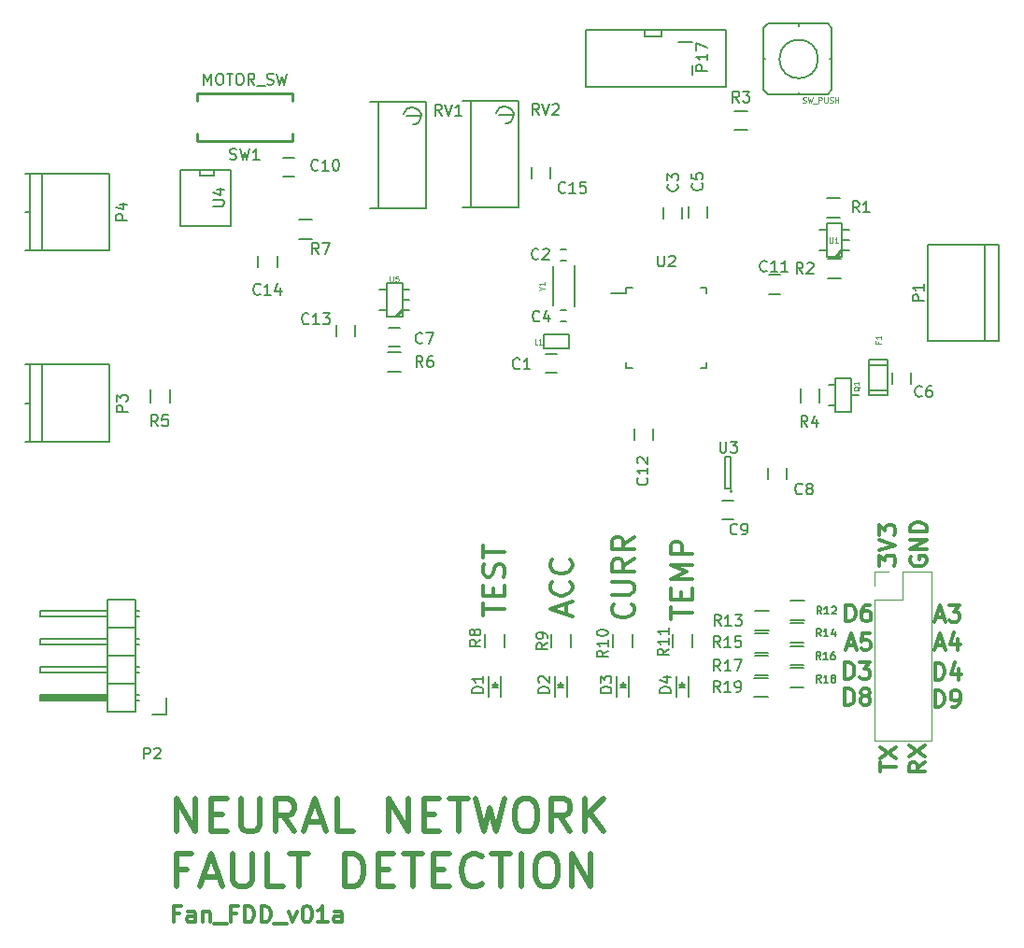
<source format=gbr>
G04 #@! TF.FileFunction,Legend,Top*
%FSLAX46Y46*%
G04 Gerber Fmt 4.6, Leading zero omitted, Abs format (unit mm)*
G04 Created by KiCad (PCBNEW 4.0.4-stable) date 03/01/18 20:45:57*
%MOMM*%
%LPD*%
G01*
G04 APERTURE LIST*
%ADD10C,0.100000*%
%ADD11C,0.300000*%
%ADD12C,0.500000*%
%ADD13C,0.150000*%
%ADD14C,0.120000*%
%ADD15C,0.127000*%
%ADD16C,0.250000*%
%ADD17C,0.119380*%
%ADD18C,0.114300*%
%ADD19C,0.125000*%
G04 APERTURE END LIST*
D10*
D11*
X240018571Y-169029999D02*
X239304286Y-169529999D01*
X240018571Y-169887142D02*
X238518571Y-169887142D01*
X238518571Y-169315714D01*
X238590000Y-169172856D01*
X238661429Y-169101428D01*
X238804286Y-169029999D01*
X239018571Y-169029999D01*
X239161429Y-169101428D01*
X239232857Y-169172856D01*
X239304286Y-169315714D01*
X239304286Y-169887142D01*
X238518571Y-168529999D02*
X240018571Y-167529999D01*
X238518571Y-167529999D02*
X240018571Y-168529999D01*
X235888571Y-169852857D02*
X235888571Y-168995714D01*
X237388571Y-169424285D02*
X235888571Y-169424285D01*
X235888571Y-168638571D02*
X237388571Y-167638571D01*
X235888571Y-167638571D02*
X237388571Y-168638571D01*
X240892858Y-164018571D02*
X240892858Y-162518571D01*
X241250001Y-162518571D01*
X241464286Y-162590000D01*
X241607144Y-162732857D01*
X241678572Y-162875714D01*
X241750001Y-163161429D01*
X241750001Y-163375714D01*
X241678572Y-163661429D01*
X241607144Y-163804286D01*
X241464286Y-163947143D01*
X241250001Y-164018571D01*
X240892858Y-164018571D01*
X242464286Y-164018571D02*
X242750001Y-164018571D01*
X242892858Y-163947143D01*
X242964286Y-163875714D01*
X243107144Y-163661429D01*
X243178572Y-163375714D01*
X243178572Y-162804286D01*
X243107144Y-162661429D01*
X243035715Y-162590000D01*
X242892858Y-162518571D01*
X242607144Y-162518571D01*
X242464286Y-162590000D01*
X242392858Y-162661429D01*
X242321429Y-162804286D01*
X242321429Y-163161429D01*
X242392858Y-163304286D01*
X242464286Y-163375714D01*
X242607144Y-163447143D01*
X242892858Y-163447143D01*
X243035715Y-163375714D01*
X243107144Y-163304286D01*
X243178572Y-163161429D01*
X232722858Y-163868571D02*
X232722858Y-162368571D01*
X233080001Y-162368571D01*
X233294286Y-162440000D01*
X233437144Y-162582857D01*
X233508572Y-162725714D01*
X233580001Y-163011429D01*
X233580001Y-163225714D01*
X233508572Y-163511429D01*
X233437144Y-163654286D01*
X233294286Y-163797143D01*
X233080001Y-163868571D01*
X232722858Y-163868571D01*
X234437144Y-163011429D02*
X234294286Y-162940000D01*
X234222858Y-162868571D01*
X234151429Y-162725714D01*
X234151429Y-162654286D01*
X234222858Y-162511429D01*
X234294286Y-162440000D01*
X234437144Y-162368571D01*
X234722858Y-162368571D01*
X234865715Y-162440000D01*
X234937144Y-162511429D01*
X235008572Y-162654286D01*
X235008572Y-162725714D01*
X234937144Y-162868571D01*
X234865715Y-162940000D01*
X234722858Y-163011429D01*
X234437144Y-163011429D01*
X234294286Y-163082857D01*
X234222858Y-163154286D01*
X234151429Y-163297143D01*
X234151429Y-163582857D01*
X234222858Y-163725714D01*
X234294286Y-163797143D01*
X234437144Y-163868571D01*
X234722858Y-163868571D01*
X234865715Y-163797143D01*
X234937144Y-163725714D01*
X235008572Y-163582857D01*
X235008572Y-163297143D01*
X234937144Y-163154286D01*
X234865715Y-163082857D01*
X234722858Y-163011429D01*
X240902858Y-161538571D02*
X240902858Y-160038571D01*
X241260001Y-160038571D01*
X241474286Y-160110000D01*
X241617144Y-160252857D01*
X241688572Y-160395714D01*
X241760001Y-160681429D01*
X241760001Y-160895714D01*
X241688572Y-161181429D01*
X241617144Y-161324286D01*
X241474286Y-161467143D01*
X241260001Y-161538571D01*
X240902858Y-161538571D01*
X243045715Y-160538571D02*
X243045715Y-161538571D01*
X242688572Y-159967143D02*
X242331429Y-161038571D01*
X243260001Y-161038571D01*
X232722858Y-161478571D02*
X232722858Y-159978571D01*
X233080001Y-159978571D01*
X233294286Y-160050000D01*
X233437144Y-160192857D01*
X233508572Y-160335714D01*
X233580001Y-160621429D01*
X233580001Y-160835714D01*
X233508572Y-161121429D01*
X233437144Y-161264286D01*
X233294286Y-161407143D01*
X233080001Y-161478571D01*
X232722858Y-161478571D01*
X234080001Y-159978571D02*
X235008572Y-159978571D01*
X234508572Y-160550000D01*
X234722858Y-160550000D01*
X234865715Y-160621429D01*
X234937144Y-160692857D01*
X235008572Y-160835714D01*
X235008572Y-161192857D01*
X234937144Y-161335714D01*
X234865715Y-161407143D01*
X234722858Y-161478571D01*
X234294286Y-161478571D01*
X234151429Y-161407143D01*
X234080001Y-161335714D01*
X240988572Y-158430000D02*
X241702858Y-158430000D01*
X240845715Y-158858571D02*
X241345715Y-157358571D01*
X241845715Y-158858571D01*
X242988572Y-157858571D02*
X242988572Y-158858571D01*
X242631429Y-157287143D02*
X242274286Y-158358571D01*
X243202858Y-158358571D01*
X232918572Y-158440000D02*
X233632858Y-158440000D01*
X232775715Y-158868571D02*
X233275715Y-157368571D01*
X233775715Y-158868571D01*
X234990001Y-157368571D02*
X234275715Y-157368571D01*
X234204286Y-158082857D01*
X234275715Y-158011429D01*
X234418572Y-157940000D01*
X234775715Y-157940000D01*
X234918572Y-158011429D01*
X234990001Y-158082857D01*
X235061429Y-158225714D01*
X235061429Y-158582857D01*
X234990001Y-158725714D01*
X234918572Y-158797143D01*
X234775715Y-158868571D01*
X234418572Y-158868571D01*
X234275715Y-158797143D01*
X234204286Y-158725714D01*
X240968572Y-155870000D02*
X241682858Y-155870000D01*
X240825715Y-156298571D02*
X241325715Y-154798571D01*
X241825715Y-156298571D01*
X242182858Y-154798571D02*
X243111429Y-154798571D01*
X242611429Y-155370000D01*
X242825715Y-155370000D01*
X242968572Y-155441429D01*
X243040001Y-155512857D01*
X243111429Y-155655714D01*
X243111429Y-156012857D01*
X243040001Y-156155714D01*
X242968572Y-156227143D01*
X242825715Y-156298571D01*
X242397143Y-156298571D01*
X242254286Y-156227143D01*
X242182858Y-156155714D01*
X232822858Y-156258571D02*
X232822858Y-154758571D01*
X233180001Y-154758571D01*
X233394286Y-154830000D01*
X233537144Y-154972857D01*
X233608572Y-155115714D01*
X233680001Y-155401429D01*
X233680001Y-155615714D01*
X233608572Y-155901429D01*
X233537144Y-156044286D01*
X233394286Y-156187143D01*
X233180001Y-156258571D01*
X232822858Y-156258571D01*
X234965715Y-154758571D02*
X234680001Y-154758571D01*
X234537144Y-154830000D01*
X234465715Y-154901429D01*
X234322858Y-155115714D01*
X234251429Y-155401429D01*
X234251429Y-155972857D01*
X234322858Y-156115714D01*
X234394286Y-156187143D01*
X234537144Y-156258571D01*
X234822858Y-156258571D01*
X234965715Y-156187143D01*
X235037144Y-156115714D01*
X235108572Y-155972857D01*
X235108572Y-155615714D01*
X235037144Y-155472857D01*
X234965715Y-155401429D01*
X234822858Y-155330000D01*
X234537144Y-155330000D01*
X234394286Y-155401429D01*
X234322858Y-155472857D01*
X234251429Y-155615714D01*
X238700000Y-150412857D02*
X238628571Y-150555714D01*
X238628571Y-150770000D01*
X238700000Y-150984285D01*
X238842857Y-151127143D01*
X238985714Y-151198571D01*
X239271429Y-151270000D01*
X239485714Y-151270000D01*
X239771429Y-151198571D01*
X239914286Y-151127143D01*
X240057143Y-150984285D01*
X240128571Y-150770000D01*
X240128571Y-150627143D01*
X240057143Y-150412857D01*
X239985714Y-150341428D01*
X239485714Y-150341428D01*
X239485714Y-150627143D01*
X240128571Y-149698571D02*
X238628571Y-149698571D01*
X240128571Y-148841428D01*
X238628571Y-148841428D01*
X240128571Y-148127142D02*
X238628571Y-148127142D01*
X238628571Y-147769999D01*
X238700000Y-147555714D01*
X238842857Y-147412856D01*
X238985714Y-147341428D01*
X239271429Y-147269999D01*
X239485714Y-147269999D01*
X239771429Y-147341428D01*
X239914286Y-147412856D01*
X240057143Y-147555714D01*
X240128571Y-147769999D01*
X240128571Y-148127142D01*
X235798571Y-151197142D02*
X235798571Y-150268571D01*
X236370000Y-150768571D01*
X236370000Y-150554285D01*
X236441429Y-150411428D01*
X236512857Y-150339999D01*
X236655714Y-150268571D01*
X237012857Y-150268571D01*
X237155714Y-150339999D01*
X237227143Y-150411428D01*
X237298571Y-150554285D01*
X237298571Y-150982857D01*
X237227143Y-151125714D01*
X237155714Y-151197142D01*
X235798571Y-149840000D02*
X237298571Y-149340000D01*
X235798571Y-148840000D01*
X235798571Y-148482857D02*
X235798571Y-147554286D01*
X236370000Y-148054286D01*
X236370000Y-147840000D01*
X236441429Y-147697143D01*
X236512857Y-147625714D01*
X236655714Y-147554286D01*
X237012857Y-147554286D01*
X237155714Y-147625714D01*
X237227143Y-147697143D01*
X237298571Y-147840000D01*
X237298571Y-148268572D01*
X237227143Y-148411429D01*
X237155714Y-148482857D01*
X172412858Y-182742857D02*
X171912858Y-182742857D01*
X171912858Y-183528571D02*
X171912858Y-182028571D01*
X172627144Y-182028571D01*
X173841429Y-183528571D02*
X173841429Y-182742857D01*
X173770000Y-182600000D01*
X173627143Y-182528571D01*
X173341429Y-182528571D01*
X173198572Y-182600000D01*
X173841429Y-183457143D02*
X173698572Y-183528571D01*
X173341429Y-183528571D01*
X173198572Y-183457143D01*
X173127143Y-183314286D01*
X173127143Y-183171429D01*
X173198572Y-183028571D01*
X173341429Y-182957143D01*
X173698572Y-182957143D01*
X173841429Y-182885714D01*
X174555715Y-182528571D02*
X174555715Y-183528571D01*
X174555715Y-182671429D02*
X174627143Y-182600000D01*
X174770001Y-182528571D01*
X174984286Y-182528571D01*
X175127143Y-182600000D01*
X175198572Y-182742857D01*
X175198572Y-183528571D01*
X175555715Y-183671429D02*
X176698572Y-183671429D01*
X177555715Y-182742857D02*
X177055715Y-182742857D01*
X177055715Y-183528571D02*
X177055715Y-182028571D01*
X177770001Y-182028571D01*
X178341429Y-183528571D02*
X178341429Y-182028571D01*
X178698572Y-182028571D01*
X178912857Y-182100000D01*
X179055715Y-182242857D01*
X179127143Y-182385714D01*
X179198572Y-182671429D01*
X179198572Y-182885714D01*
X179127143Y-183171429D01*
X179055715Y-183314286D01*
X178912857Y-183457143D01*
X178698572Y-183528571D01*
X178341429Y-183528571D01*
X179841429Y-183528571D02*
X179841429Y-182028571D01*
X180198572Y-182028571D01*
X180412857Y-182100000D01*
X180555715Y-182242857D01*
X180627143Y-182385714D01*
X180698572Y-182671429D01*
X180698572Y-182885714D01*
X180627143Y-183171429D01*
X180555715Y-183314286D01*
X180412857Y-183457143D01*
X180198572Y-183528571D01*
X179841429Y-183528571D01*
X180984286Y-183671429D02*
X182127143Y-183671429D01*
X182341429Y-182528571D02*
X182698572Y-183528571D01*
X183055714Y-182528571D01*
X183912857Y-182028571D02*
X184055714Y-182028571D01*
X184198571Y-182100000D01*
X184270000Y-182171429D01*
X184341429Y-182314286D01*
X184412857Y-182600000D01*
X184412857Y-182957143D01*
X184341429Y-183242857D01*
X184270000Y-183385714D01*
X184198571Y-183457143D01*
X184055714Y-183528571D01*
X183912857Y-183528571D01*
X183770000Y-183457143D01*
X183698571Y-183385714D01*
X183627143Y-183242857D01*
X183555714Y-182957143D01*
X183555714Y-182600000D01*
X183627143Y-182314286D01*
X183698571Y-182171429D01*
X183770000Y-182100000D01*
X183912857Y-182028571D01*
X185841428Y-183528571D02*
X184984285Y-183528571D01*
X185412857Y-183528571D02*
X185412857Y-182028571D01*
X185270000Y-182242857D01*
X185127142Y-182385714D01*
X184984285Y-182457143D01*
X187127142Y-183528571D02*
X187127142Y-182742857D01*
X187055713Y-182600000D01*
X186912856Y-182528571D01*
X186627142Y-182528571D01*
X186484285Y-182600000D01*
X187127142Y-183457143D02*
X186984285Y-183528571D01*
X186627142Y-183528571D01*
X186484285Y-183457143D01*
X186412856Y-183314286D01*
X186412856Y-183171429D01*
X186484285Y-183028571D01*
X186627142Y-182957143D01*
X186984285Y-182957143D01*
X187127142Y-182885714D01*
D12*
X172134286Y-175307143D02*
X172134286Y-172307143D01*
X173848571Y-175307143D01*
X173848571Y-172307143D01*
X175277143Y-173735714D02*
X176277143Y-173735714D01*
X176705714Y-175307143D02*
X175277143Y-175307143D01*
X175277143Y-172307143D01*
X176705714Y-172307143D01*
X177991429Y-172307143D02*
X177991429Y-174735714D01*
X178134286Y-175021429D01*
X178277143Y-175164286D01*
X178562857Y-175307143D01*
X179134286Y-175307143D01*
X179420000Y-175164286D01*
X179562857Y-175021429D01*
X179705714Y-174735714D01*
X179705714Y-172307143D01*
X182848571Y-175307143D02*
X181848571Y-173878571D01*
X181134286Y-175307143D02*
X181134286Y-172307143D01*
X182277143Y-172307143D01*
X182562857Y-172450000D01*
X182705714Y-172592857D01*
X182848571Y-172878571D01*
X182848571Y-173307143D01*
X182705714Y-173592857D01*
X182562857Y-173735714D01*
X182277143Y-173878571D01*
X181134286Y-173878571D01*
X183991429Y-174450000D02*
X185420000Y-174450000D01*
X183705714Y-175307143D02*
X184705714Y-172307143D01*
X185705714Y-175307143D01*
X188134286Y-175307143D02*
X186705715Y-175307143D01*
X186705715Y-172307143D01*
X191420000Y-175307143D02*
X191420000Y-172307143D01*
X193134285Y-175307143D01*
X193134285Y-172307143D01*
X194562857Y-173735714D02*
X195562857Y-173735714D01*
X195991428Y-175307143D02*
X194562857Y-175307143D01*
X194562857Y-172307143D01*
X195991428Y-172307143D01*
X196848571Y-172307143D02*
X198562857Y-172307143D01*
X197705714Y-175307143D02*
X197705714Y-172307143D01*
X199277142Y-172307143D02*
X199991428Y-175307143D01*
X200562857Y-173164286D01*
X201134285Y-175307143D01*
X201848571Y-172307143D01*
X203562856Y-172307143D02*
X204134285Y-172307143D01*
X204419999Y-172450000D01*
X204705713Y-172735714D01*
X204848571Y-173307143D01*
X204848571Y-174307143D01*
X204705713Y-174878571D01*
X204419999Y-175164286D01*
X204134285Y-175307143D01*
X203562856Y-175307143D01*
X203277142Y-175164286D01*
X202991428Y-174878571D01*
X202848571Y-174307143D01*
X202848571Y-173307143D01*
X202991428Y-172735714D01*
X203277142Y-172450000D01*
X203562856Y-172307143D01*
X207848570Y-175307143D02*
X206848570Y-173878571D01*
X206134285Y-175307143D02*
X206134285Y-172307143D01*
X207277142Y-172307143D01*
X207562856Y-172450000D01*
X207705713Y-172592857D01*
X207848570Y-172878571D01*
X207848570Y-173307143D01*
X207705713Y-173592857D01*
X207562856Y-173735714D01*
X207277142Y-173878571D01*
X206134285Y-173878571D01*
X209134285Y-175307143D02*
X209134285Y-172307143D01*
X210848570Y-175307143D02*
X209562856Y-173592857D01*
X210848570Y-172307143D02*
X209134285Y-174021429D01*
X173134286Y-178735714D02*
X172134286Y-178735714D01*
X172134286Y-180307143D02*
X172134286Y-177307143D01*
X173562857Y-177307143D01*
X174562858Y-179450000D02*
X175991429Y-179450000D01*
X174277143Y-180307143D02*
X175277143Y-177307143D01*
X176277143Y-180307143D01*
X177277144Y-177307143D02*
X177277144Y-179735714D01*
X177420001Y-180021429D01*
X177562858Y-180164286D01*
X177848572Y-180307143D01*
X178420001Y-180307143D01*
X178705715Y-180164286D01*
X178848572Y-180021429D01*
X178991429Y-179735714D01*
X178991429Y-177307143D01*
X181848572Y-180307143D02*
X180420001Y-180307143D01*
X180420001Y-177307143D01*
X182420000Y-177307143D02*
X184134286Y-177307143D01*
X183277143Y-180307143D02*
X183277143Y-177307143D01*
X187420000Y-180307143D02*
X187420000Y-177307143D01*
X188134285Y-177307143D01*
X188562857Y-177450000D01*
X188848571Y-177735714D01*
X188991428Y-178021429D01*
X189134285Y-178592857D01*
X189134285Y-179021429D01*
X188991428Y-179592857D01*
X188848571Y-179878571D01*
X188562857Y-180164286D01*
X188134285Y-180307143D01*
X187420000Y-180307143D01*
X190420000Y-178735714D02*
X191420000Y-178735714D01*
X191848571Y-180307143D02*
X190420000Y-180307143D01*
X190420000Y-177307143D01*
X191848571Y-177307143D01*
X192705714Y-177307143D02*
X194420000Y-177307143D01*
X193562857Y-180307143D02*
X193562857Y-177307143D01*
X195420000Y-178735714D02*
X196420000Y-178735714D01*
X196848571Y-180307143D02*
X195420000Y-180307143D01*
X195420000Y-177307143D01*
X196848571Y-177307143D01*
X199848571Y-180021429D02*
X199705714Y-180164286D01*
X199277143Y-180307143D01*
X198991429Y-180307143D01*
X198562857Y-180164286D01*
X198277143Y-179878571D01*
X198134286Y-179592857D01*
X197991429Y-179021429D01*
X197991429Y-178592857D01*
X198134286Y-178021429D01*
X198277143Y-177735714D01*
X198562857Y-177450000D01*
X198991429Y-177307143D01*
X199277143Y-177307143D01*
X199705714Y-177450000D01*
X199848571Y-177592857D01*
X200705714Y-177307143D02*
X202420000Y-177307143D01*
X201562857Y-180307143D02*
X201562857Y-177307143D01*
X203420000Y-180307143D02*
X203420000Y-177307143D01*
X205419999Y-177307143D02*
X205991428Y-177307143D01*
X206277142Y-177450000D01*
X206562856Y-177735714D01*
X206705714Y-178307143D01*
X206705714Y-179307143D01*
X206562856Y-179878571D01*
X206277142Y-180164286D01*
X205991428Y-180307143D01*
X205419999Y-180307143D01*
X205134285Y-180164286D01*
X204848571Y-179878571D01*
X204705714Y-179307143D01*
X204705714Y-178307143D01*
X204848571Y-177735714D01*
X205134285Y-177450000D01*
X205419999Y-177307143D01*
X207991428Y-180307143D02*
X207991428Y-177307143D01*
X209705713Y-180307143D01*
X209705713Y-177307143D01*
D11*
X213434286Y-154678571D02*
X213529524Y-154773809D01*
X213624762Y-155059524D01*
X213624762Y-155250000D01*
X213529524Y-155535714D01*
X213339048Y-155726190D01*
X213148571Y-155821429D01*
X212767619Y-155916667D01*
X212481905Y-155916667D01*
X212100952Y-155821429D01*
X211910476Y-155726190D01*
X211720000Y-155535714D01*
X211624762Y-155250000D01*
X211624762Y-155059524D01*
X211720000Y-154773809D01*
X211815238Y-154678571D01*
X211624762Y-153821429D02*
X213243810Y-153821429D01*
X213434286Y-153726190D01*
X213529524Y-153630952D01*
X213624762Y-153440476D01*
X213624762Y-153059524D01*
X213529524Y-152869048D01*
X213434286Y-152773809D01*
X213243810Y-152678571D01*
X211624762Y-152678571D01*
X213624762Y-150583333D02*
X212672381Y-151250000D01*
X213624762Y-151726191D02*
X211624762Y-151726191D01*
X211624762Y-150964286D01*
X211720000Y-150773810D01*
X211815238Y-150678571D01*
X212005714Y-150583333D01*
X212291429Y-150583333D01*
X212481905Y-150678571D01*
X212577143Y-150773810D01*
X212672381Y-150964286D01*
X212672381Y-151726191D01*
X213624762Y-148583333D02*
X212672381Y-149250000D01*
X213624762Y-149726191D02*
X211624762Y-149726191D01*
X211624762Y-148964286D01*
X211720000Y-148773810D01*
X211815238Y-148678571D01*
X212005714Y-148583333D01*
X212291429Y-148583333D01*
X212481905Y-148678571D01*
X212577143Y-148773810D01*
X212672381Y-148964286D01*
X212672381Y-149726191D01*
X216924762Y-156069048D02*
X216924762Y-154926191D01*
X218924762Y-155497619D02*
X216924762Y-155497619D01*
X217877143Y-154259524D02*
X217877143Y-153592857D01*
X218924762Y-153307143D02*
X218924762Y-154259524D01*
X216924762Y-154259524D01*
X216924762Y-153307143D01*
X218924762Y-152450000D02*
X216924762Y-152450000D01*
X218353333Y-151783333D01*
X216924762Y-151116666D01*
X218924762Y-151116666D01*
X218924762Y-150164286D02*
X216924762Y-150164286D01*
X216924762Y-149402381D01*
X217020000Y-149211905D01*
X217115238Y-149116666D01*
X217305714Y-149021428D01*
X217591429Y-149021428D01*
X217781905Y-149116666D01*
X217877143Y-149211905D01*
X217972381Y-149402381D01*
X217972381Y-150164286D01*
X207453333Y-155626191D02*
X207453333Y-154673810D01*
X208024762Y-155816667D02*
X206024762Y-155150000D01*
X208024762Y-154483333D01*
X207834286Y-152673809D02*
X207929524Y-152769047D01*
X208024762Y-153054762D01*
X208024762Y-153245238D01*
X207929524Y-153530952D01*
X207739048Y-153721428D01*
X207548571Y-153816667D01*
X207167619Y-153911905D01*
X206881905Y-153911905D01*
X206500952Y-153816667D01*
X206310476Y-153721428D01*
X206120000Y-153530952D01*
X206024762Y-153245238D01*
X206024762Y-153054762D01*
X206120000Y-152769047D01*
X206215238Y-152673809D01*
X207834286Y-150673809D02*
X207929524Y-150769047D01*
X208024762Y-151054762D01*
X208024762Y-151245238D01*
X207929524Y-151530952D01*
X207739048Y-151721428D01*
X207548571Y-151816667D01*
X207167619Y-151911905D01*
X206881905Y-151911905D01*
X206500952Y-151816667D01*
X206310476Y-151721428D01*
X206120000Y-151530952D01*
X206024762Y-151245238D01*
X206024762Y-151054762D01*
X206120000Y-150769047D01*
X206215238Y-150673809D01*
X199924762Y-155740477D02*
X199924762Y-154597620D01*
X201924762Y-155169048D02*
X199924762Y-155169048D01*
X200877143Y-153930953D02*
X200877143Y-153264286D01*
X201924762Y-152978572D02*
X201924762Y-153930953D01*
X199924762Y-153930953D01*
X199924762Y-152978572D01*
X201829524Y-152216667D02*
X201924762Y-151930952D01*
X201924762Y-151454762D01*
X201829524Y-151264286D01*
X201734286Y-151169048D01*
X201543810Y-151073809D01*
X201353333Y-151073809D01*
X201162857Y-151169048D01*
X201067619Y-151264286D01*
X200972381Y-151454762D01*
X200877143Y-151835714D01*
X200781905Y-152026190D01*
X200686667Y-152121429D01*
X200496190Y-152216667D01*
X200305714Y-152216667D01*
X200115238Y-152121429D01*
X200020000Y-152026190D01*
X199924762Y-151835714D01*
X199924762Y-151359524D01*
X200020000Y-151073809D01*
X199924762Y-150502381D02*
X199924762Y-149359524D01*
X201924762Y-149930952D02*
X199924762Y-149930952D01*
D13*
X224540000Y-159365000D02*
X225740000Y-159365000D01*
X225740000Y-161115000D02*
X224540000Y-161115000D01*
D14*
X235380000Y-167070000D02*
X240580000Y-167070000D01*
X235380000Y-154310000D02*
X235380000Y-167070000D01*
X240580000Y-151710000D02*
X240580000Y-167070000D01*
X235380000Y-154310000D02*
X237980000Y-154310000D01*
X237980000Y-154310000D02*
X237980000Y-151710000D01*
X237980000Y-151710000D02*
X240580000Y-151710000D01*
X235380000Y-153040000D02*
X235380000Y-151710000D01*
X235380000Y-151710000D02*
X236710000Y-151710000D01*
D13*
X205643000Y-133755000D02*
X206643000Y-133755000D01*
X206643000Y-132055000D02*
X205643000Y-132055000D01*
X206940000Y-123570000D02*
X207440000Y-123570000D01*
X207440000Y-122520000D02*
X206940000Y-122520000D01*
X216270000Y-118720000D02*
X216270000Y-119720000D01*
X217970000Y-119720000D02*
X217970000Y-118720000D01*
X206990000Y-129070000D02*
X207490000Y-129070000D01*
X207490000Y-128020000D02*
X206990000Y-128020000D01*
X218550000Y-118680000D02*
X218550000Y-119680000D01*
X220250000Y-119680000D02*
X220250000Y-118680000D01*
X237045000Y-133700000D02*
X237045000Y-134700000D01*
X238745000Y-134700000D02*
X238745000Y-133700000D01*
X191395000Y-131350000D02*
X192395000Y-131350000D01*
X192395000Y-129650000D02*
X191395000Y-129650000D01*
X227480000Y-143360000D02*
X227480000Y-142360000D01*
X225780000Y-142360000D02*
X225780000Y-143360000D01*
X222620000Y-145300000D02*
X221620000Y-145300000D01*
X221620000Y-147000000D02*
X222620000Y-147000000D01*
X182820000Y-114200000D02*
X181820000Y-114200000D01*
X181820000Y-115900000D02*
X182820000Y-115900000D01*
X226830000Y-124860000D02*
X225830000Y-124860000D01*
X225830000Y-126560000D02*
X226830000Y-126560000D01*
X215320000Y-139770000D02*
X215320000Y-138770000D01*
X213620000Y-138770000D02*
X213620000Y-139770000D01*
X188310000Y-130390000D02*
X188310000Y-129390000D01*
X186610000Y-129390000D02*
X186610000Y-130390000D01*
X181270000Y-124150000D02*
X181270000Y-123150000D01*
X179570000Y-123150000D02*
X179570000Y-124150000D01*
X206045000Y-116075000D02*
X206045000Y-115075000D01*
X204345000Y-115075000D02*
X204345000Y-116075000D01*
D15*
X236557800Y-133007000D02*
X234932200Y-133007000D01*
X234932200Y-135293000D02*
X236557800Y-135293000D01*
X234932200Y-135750200D02*
X236557800Y-135750200D01*
X236557800Y-135750200D02*
X236557800Y-132549800D01*
X236557800Y-132549800D02*
X234932200Y-132549800D01*
X234932200Y-132549800D02*
X234932200Y-135750200D01*
X205465000Y-130265000D02*
X207751000Y-130265000D01*
X207751000Y-130265000D02*
X207751000Y-131535000D01*
X207751000Y-131535000D02*
X205465000Y-131535000D01*
X205465000Y-131535000D02*
X205465000Y-130265000D01*
D13*
X246675000Y-130825000D02*
X246675000Y-122125000D01*
X240270000Y-130825000D02*
X240270000Y-122125000D01*
X240270000Y-122125000D02*
X246675000Y-122125000D01*
X245445000Y-122125000D02*
X245445000Y-130825000D01*
X246675000Y-130825000D02*
X240270000Y-130825000D01*
X171245000Y-164715000D02*
X171245000Y-163165000D01*
X169945000Y-164715000D02*
X171245000Y-164715000D01*
X165754000Y-163292000D02*
X159912000Y-163292000D01*
X159912000Y-163292000D02*
X159912000Y-163038000D01*
X159912000Y-163038000D02*
X165754000Y-163038000D01*
X165754000Y-163038000D02*
X165754000Y-163165000D01*
X165754000Y-163165000D02*
X159912000Y-163165000D01*
X168421000Y-163419000D02*
X168802000Y-163419000D01*
X168421000Y-162911000D02*
X168802000Y-162911000D01*
X168421000Y-160879000D02*
X168802000Y-160879000D01*
X168421000Y-160371000D02*
X168802000Y-160371000D01*
X168421000Y-158339000D02*
X168802000Y-158339000D01*
X168421000Y-157831000D02*
X168802000Y-157831000D01*
X168421000Y-155291000D02*
X168802000Y-155291000D01*
X168421000Y-155799000D02*
X168802000Y-155799000D01*
X168421000Y-164435000D02*
X165881000Y-164435000D01*
X168421000Y-161895000D02*
X165881000Y-161895000D01*
X168421000Y-161895000D02*
X168421000Y-159355000D01*
X168421000Y-159355000D02*
X165881000Y-159355000D01*
X165881000Y-160879000D02*
X159785000Y-160879000D01*
X159785000Y-160879000D02*
X159785000Y-160371000D01*
X159785000Y-160371000D02*
X165881000Y-160371000D01*
X165881000Y-159355000D02*
X165881000Y-161895000D01*
X165881000Y-161895000D02*
X165881000Y-164435000D01*
X159785000Y-162911000D02*
X165881000Y-162911000D01*
X159785000Y-163419000D02*
X159785000Y-162911000D01*
X165881000Y-163419000D02*
X159785000Y-163419000D01*
X168421000Y-161895000D02*
X165881000Y-161895000D01*
X168421000Y-164435000D02*
X168421000Y-161895000D01*
X168421000Y-156815000D02*
X165881000Y-156815000D01*
X168421000Y-156815000D02*
X168421000Y-154275000D01*
X168421000Y-154275000D02*
X165881000Y-154275000D01*
X165881000Y-155799000D02*
X159785000Y-155799000D01*
X159785000Y-155799000D02*
X159785000Y-155291000D01*
X159785000Y-155291000D02*
X165881000Y-155291000D01*
X165881000Y-154275000D02*
X165881000Y-156815000D01*
X165881000Y-156815000D02*
X165881000Y-159355000D01*
X159785000Y-157831000D02*
X165881000Y-157831000D01*
X159785000Y-158339000D02*
X159785000Y-157831000D01*
X165881000Y-158339000D02*
X159785000Y-158339000D01*
X168421000Y-156815000D02*
X165881000Y-156815000D01*
X168421000Y-159355000D02*
X168421000Y-156815000D01*
X168421000Y-159355000D02*
X165881000Y-159355000D01*
X232300000Y-119655000D02*
X231100000Y-119655000D01*
X231100000Y-117905000D02*
X232300000Y-117905000D01*
X231150000Y-123375000D02*
X232350000Y-123375000D01*
X232350000Y-125125000D02*
X231150000Y-125125000D01*
X223920000Y-111725000D02*
X222720000Y-111725000D01*
X222720000Y-109975000D02*
X223920000Y-109975000D01*
X230435000Y-135190000D02*
X230435000Y-136390000D01*
X228685000Y-136390000D02*
X228685000Y-135190000D01*
X169785000Y-136440000D02*
X169785000Y-135240000D01*
X171535000Y-135240000D02*
X171535000Y-136440000D01*
X192490000Y-133595000D02*
X191290000Y-133595000D01*
X191290000Y-131845000D02*
X192490000Y-131845000D01*
X184470000Y-121565000D02*
X183270000Y-121565000D01*
X183270000Y-119815000D02*
X184470000Y-119815000D01*
D15*
X232481860Y-122548400D02*
X231834160Y-123196100D01*
X232481860Y-122700800D02*
X231986560Y-123196100D01*
X231084860Y-120745000D02*
X230424460Y-120745000D01*
X231084860Y-122650000D02*
X230424460Y-122650000D01*
X232481860Y-121697500D02*
X233142260Y-121697500D01*
X232481860Y-120745000D02*
X233142260Y-120745000D01*
X232481860Y-122650000D02*
X233142260Y-122650000D01*
X231084860Y-123196100D02*
X231084860Y-120198900D01*
X231084860Y-120198900D02*
X232481860Y-120198900D01*
X232481860Y-120198900D02*
X232481860Y-123196100D01*
X232481860Y-123196100D02*
X231084860Y-123196100D01*
D13*
X222520000Y-144475000D02*
G75*
G03X222520000Y-144475000I-100000J0D01*
G01*
X221870000Y-144225000D02*
X222370000Y-144225000D01*
X221870000Y-141325000D02*
X221870000Y-144225000D01*
X222370000Y-141325000D02*
X221870000Y-141325000D01*
X222370000Y-144225000D02*
X222370000Y-141325000D01*
X177046000Y-115300000D02*
X177046000Y-120380000D01*
X177046000Y-120380000D02*
X172474000Y-120380000D01*
X172474000Y-120380000D02*
X172474000Y-115300000D01*
X172474000Y-115300000D02*
X177046000Y-115300000D01*
X175522000Y-115300000D02*
X175522000Y-115808000D01*
X175522000Y-115808000D02*
X174252000Y-115808000D01*
X174252000Y-115808000D02*
X174252000Y-115300000D01*
D15*
X192618500Y-127975900D02*
X191970800Y-128623600D01*
X192618500Y-128128300D02*
X192123200Y-128623600D01*
X191221500Y-126172500D02*
X190561100Y-126172500D01*
X191221500Y-128077500D02*
X190561100Y-128077500D01*
X192618500Y-127125000D02*
X193278900Y-127125000D01*
X192618500Y-126172500D02*
X193278900Y-126172500D01*
X192618500Y-128077500D02*
X193278900Y-128077500D01*
X191221500Y-128623600D02*
X191221500Y-125626400D01*
X191221500Y-125626400D02*
X192618500Y-125626400D01*
X192618500Y-125626400D02*
X192618500Y-128623600D01*
X192618500Y-128623600D02*
X191221500Y-128623600D01*
D13*
X206265000Y-127595000D02*
X206265000Y-124045000D01*
X208265000Y-127695000D02*
X208265000Y-123995000D01*
X214610000Y-103225000D02*
X214610000Y-102675000D01*
X216110000Y-103225000D02*
X214610000Y-103225000D01*
X216110000Y-102675000D02*
X216110000Y-103225000D01*
X218910000Y-106675000D02*
X218910000Y-105875000D01*
X209285000Y-107775000D02*
X221935000Y-107775000D01*
X209285000Y-107775000D02*
X209285000Y-102675000D01*
X209285000Y-102675000D02*
X221935000Y-102675000D01*
X221935000Y-107775000D02*
X221935000Y-102675000D01*
X218910000Y-103725000D02*
X217610000Y-103725000D01*
X194302000Y-110444000D02*
X193032000Y-110444000D01*
X193552700Y-111231400D02*
X193806700Y-111193300D01*
X193806700Y-111193300D02*
X194086100Y-111015500D01*
X194086100Y-111015500D02*
X194302000Y-110698000D01*
X194302000Y-110698000D02*
X194314700Y-110253500D01*
X194314700Y-110253500D02*
X194111500Y-109897900D01*
X194111500Y-109897900D02*
X193819400Y-109720100D01*
X193819400Y-109720100D02*
X193501900Y-109669300D01*
X193501900Y-109669300D02*
X193095500Y-109770900D01*
X193095500Y-109770900D02*
X192841500Y-110113800D01*
X192841500Y-110113800D02*
X192752600Y-110291600D01*
X190492000Y-118826000D02*
X190492000Y-109174000D01*
X193540000Y-109174000D02*
X194810000Y-109174000D01*
X194810000Y-109174000D02*
X194810000Y-118826000D01*
X194810000Y-118826000D02*
X189730000Y-118826000D01*
X189730000Y-109174000D02*
X192270000Y-109174000D01*
X192270000Y-109174000D02*
X193540000Y-109174000D01*
X202677000Y-110354000D02*
X201407000Y-110354000D01*
X201927700Y-111141400D02*
X202181700Y-111103300D01*
X202181700Y-111103300D02*
X202461100Y-110925500D01*
X202461100Y-110925500D02*
X202677000Y-110608000D01*
X202677000Y-110608000D02*
X202689700Y-110163500D01*
X202689700Y-110163500D02*
X202486500Y-109807900D01*
X202486500Y-109807900D02*
X202194400Y-109630100D01*
X202194400Y-109630100D02*
X201876900Y-109579300D01*
X201876900Y-109579300D02*
X201470500Y-109680900D01*
X201470500Y-109680900D02*
X201216500Y-110023800D01*
X201216500Y-110023800D02*
X201127600Y-110201600D01*
X198867000Y-118736000D02*
X198867000Y-109084000D01*
X201915000Y-109084000D02*
X203185000Y-109084000D01*
X203185000Y-109084000D02*
X203185000Y-118736000D01*
X203185000Y-118736000D02*
X198105000Y-118736000D01*
X198105000Y-109084000D02*
X200645000Y-109084000D01*
X200645000Y-109084000D02*
X201915000Y-109084000D01*
D16*
X174040000Y-112660000D02*
X174040000Y-112060000D01*
X174040000Y-108460000D02*
X174040000Y-109060000D01*
X182640000Y-108960000D02*
X182640000Y-109060000D01*
X182640000Y-108460000D02*
X182640000Y-108960000D01*
X182640000Y-112660000D02*
X182640000Y-112060000D01*
X174040000Y-108410000D02*
X182640000Y-108410000D01*
X182640000Y-112710000D02*
X174040000Y-112710000D01*
D13*
X231145000Y-108475000D02*
X225745000Y-108475000D01*
X231545000Y-102475000D02*
X231545000Y-108075000D01*
X225745000Y-102075000D02*
X231145000Y-102075000D01*
X225345000Y-108075000D02*
X225345000Y-102475000D01*
X231545000Y-102475000D02*
X231145000Y-102075000D01*
X225345000Y-102475000D02*
X225745000Y-102075000D01*
X225745000Y-108475000D02*
X225345000Y-108075000D01*
X231145000Y-108475000D02*
X231545000Y-108075000D01*
X230295000Y-105275000D02*
G75*
G03X230295000Y-105275000I-1750000J0D01*
G01*
X231545000Y-105275000D02*
X231345000Y-105275000D01*
X228545000Y-102275000D02*
X228545000Y-102075000D01*
X225545000Y-105275000D02*
X225345000Y-105275000D01*
X228545000Y-108275000D02*
X228545000Y-108475000D01*
X212920000Y-126025000D02*
X212920000Y-126550000D01*
X220170000Y-126025000D02*
X220170000Y-126550000D01*
X220170000Y-133275000D02*
X220170000Y-132750000D01*
X212920000Y-133275000D02*
X212920000Y-132750000D01*
X212920000Y-126025000D02*
X213445000Y-126025000D01*
X212920000Y-133275000D02*
X213445000Y-133275000D01*
X220170000Y-133275000D02*
X219645000Y-133275000D01*
X220170000Y-126025000D02*
X219645000Y-126025000D01*
X212920000Y-126550000D02*
X211545000Y-126550000D01*
D15*
X231896500Y-136702500D02*
X231236100Y-136702500D01*
X231896500Y-134797500D02*
X231236100Y-134797500D01*
X233293500Y-135750000D02*
X233953900Y-135750000D01*
X233293500Y-134251400D02*
X233293500Y-137248600D01*
X233293500Y-137248600D02*
X231896500Y-137248600D01*
X231896500Y-137248600D02*
X231896500Y-134251400D01*
X231896500Y-134251400D02*
X233293500Y-134251400D01*
D13*
X158870000Y-136490000D02*
X158470000Y-136490000D01*
X159970000Y-132990000D02*
X159970000Y-139990000D01*
X158870000Y-132990000D02*
X158870000Y-139990000D01*
X166070000Y-132990000D02*
X158470000Y-132990000D01*
X158470000Y-139990000D02*
X166070000Y-139990000D01*
X166070000Y-139990000D02*
X166070000Y-132990000D01*
X158850000Y-119140000D02*
X158450000Y-119140000D01*
X159950000Y-115640000D02*
X159950000Y-122640000D01*
X158850000Y-115640000D02*
X158850000Y-122640000D01*
X166050000Y-115640000D02*
X158450000Y-115640000D01*
X158450000Y-122640000D02*
X166050000Y-122640000D01*
X166050000Y-122640000D02*
X166050000Y-115640000D01*
X201550000Y-163100000D02*
X201550000Y-161200000D01*
X200450000Y-163100000D02*
X200450000Y-161200000D01*
X201000000Y-162200000D02*
X201000000Y-161750000D01*
X200750000Y-162250000D02*
X201250000Y-162250000D01*
X201000000Y-162250000D02*
X200750000Y-162000000D01*
X200750000Y-162000000D02*
X201250000Y-162000000D01*
X201250000Y-162000000D02*
X201000000Y-162250000D01*
X207550000Y-163100000D02*
X207550000Y-161200000D01*
X206450000Y-163100000D02*
X206450000Y-161200000D01*
X207000000Y-162200000D02*
X207000000Y-161750000D01*
X206750000Y-162250000D02*
X207250000Y-162250000D01*
X207000000Y-162250000D02*
X206750000Y-162000000D01*
X206750000Y-162000000D02*
X207250000Y-162000000D01*
X207250000Y-162000000D02*
X207000000Y-162250000D01*
X213170000Y-163100000D02*
X213170000Y-161200000D01*
X212070000Y-163100000D02*
X212070000Y-161200000D01*
X212620000Y-162200000D02*
X212620000Y-161750000D01*
X212370000Y-162250000D02*
X212870000Y-162250000D01*
X212620000Y-162250000D02*
X212370000Y-162000000D01*
X212370000Y-162000000D02*
X212870000Y-162000000D01*
X212870000Y-162000000D02*
X212620000Y-162250000D01*
X218550000Y-163100000D02*
X218550000Y-161200000D01*
X217450000Y-163100000D02*
X217450000Y-161200000D01*
X218000000Y-162200000D02*
X218000000Y-161750000D01*
X217750000Y-162250000D02*
X218250000Y-162250000D01*
X218000000Y-162250000D02*
X217750000Y-162000000D01*
X217750000Y-162000000D02*
X218250000Y-162000000D01*
X218250000Y-162000000D02*
X218000000Y-162250000D01*
X200125000Y-158600000D02*
X200125000Y-157400000D01*
X201875000Y-157400000D02*
X201875000Y-158600000D01*
X206125000Y-158600000D02*
X206125000Y-157400000D01*
X207875000Y-157400000D02*
X207875000Y-158600000D01*
X211745000Y-158600000D02*
X211745000Y-157400000D01*
X213495000Y-157400000D02*
X213495000Y-158600000D01*
X217125000Y-158600000D02*
X217125000Y-157400000D01*
X218875000Y-157400000D02*
X218875000Y-158600000D01*
X229030000Y-156155000D02*
X227830000Y-156155000D01*
X227830000Y-154405000D02*
X229030000Y-154405000D01*
X224610000Y-155305000D02*
X225810000Y-155305000D01*
X225810000Y-157055000D02*
X224610000Y-157055000D01*
X229020000Y-158165000D02*
X227820000Y-158165000D01*
X227820000Y-156415000D02*
X229020000Y-156415000D01*
X224550000Y-157345000D02*
X225750000Y-157345000D01*
X225750000Y-159095000D02*
X224550000Y-159095000D01*
X228960000Y-160235000D02*
X227760000Y-160235000D01*
X227760000Y-158485000D02*
X228960000Y-158485000D01*
X228980000Y-162245000D02*
X227780000Y-162245000D01*
X227780000Y-160495000D02*
X228980000Y-160495000D01*
X224530000Y-161375000D02*
X225730000Y-161375000D01*
X225730000Y-163125000D02*
X224530000Y-163125000D01*
X221447143Y-160732381D02*
X221113809Y-160256190D01*
X220875714Y-160732381D02*
X220875714Y-159732381D01*
X221256667Y-159732381D01*
X221351905Y-159780000D01*
X221399524Y-159827619D01*
X221447143Y-159922857D01*
X221447143Y-160065714D01*
X221399524Y-160160952D01*
X221351905Y-160208571D01*
X221256667Y-160256190D01*
X220875714Y-160256190D01*
X222399524Y-160732381D02*
X221828095Y-160732381D01*
X222113809Y-160732381D02*
X222113809Y-159732381D01*
X222018571Y-159875238D01*
X221923333Y-159970476D01*
X221828095Y-160018095D01*
X222732857Y-159732381D02*
X223399524Y-159732381D01*
X222970952Y-160732381D01*
X203246334Y-133302143D02*
X203198715Y-133349762D01*
X203055858Y-133397381D01*
X202960620Y-133397381D01*
X202817762Y-133349762D01*
X202722524Y-133254524D01*
X202674905Y-133159286D01*
X202627286Y-132968810D01*
X202627286Y-132825952D01*
X202674905Y-132635476D01*
X202722524Y-132540238D01*
X202817762Y-132445000D01*
X202960620Y-132397381D01*
X203055858Y-132397381D01*
X203198715Y-132445000D01*
X203246334Y-132492619D01*
X204198715Y-133397381D02*
X203627286Y-133397381D01*
X203913000Y-133397381D02*
X203913000Y-132397381D01*
X203817762Y-132540238D01*
X203722524Y-132635476D01*
X203627286Y-132683095D01*
X204973334Y-123352143D02*
X204925715Y-123399762D01*
X204782858Y-123447381D01*
X204687620Y-123447381D01*
X204544762Y-123399762D01*
X204449524Y-123304524D01*
X204401905Y-123209286D01*
X204354286Y-123018810D01*
X204354286Y-122875952D01*
X204401905Y-122685476D01*
X204449524Y-122590238D01*
X204544762Y-122495000D01*
X204687620Y-122447381D01*
X204782858Y-122447381D01*
X204925715Y-122495000D01*
X204973334Y-122542619D01*
X205354286Y-122542619D02*
X205401905Y-122495000D01*
X205497143Y-122447381D01*
X205735239Y-122447381D01*
X205830477Y-122495000D01*
X205878096Y-122542619D01*
X205925715Y-122637857D01*
X205925715Y-122733095D01*
X205878096Y-122875952D01*
X205306667Y-123447381D01*
X205925715Y-123447381D01*
X217537143Y-116636666D02*
X217584762Y-116684285D01*
X217632381Y-116827142D01*
X217632381Y-116922380D01*
X217584762Y-117065238D01*
X217489524Y-117160476D01*
X217394286Y-117208095D01*
X217203810Y-117255714D01*
X217060952Y-117255714D01*
X216870476Y-117208095D01*
X216775238Y-117160476D01*
X216680000Y-117065238D01*
X216632381Y-116922380D01*
X216632381Y-116827142D01*
X216680000Y-116684285D01*
X216727619Y-116636666D01*
X216632381Y-116303333D02*
X216632381Y-115684285D01*
X217013333Y-116017619D01*
X217013333Y-115874761D01*
X217060952Y-115779523D01*
X217108571Y-115731904D01*
X217203810Y-115684285D01*
X217441905Y-115684285D01*
X217537143Y-115731904D01*
X217584762Y-115779523D01*
X217632381Y-115874761D01*
X217632381Y-116160476D01*
X217584762Y-116255714D01*
X217537143Y-116303333D01*
X205048334Y-129002143D02*
X205000715Y-129049762D01*
X204857858Y-129097381D01*
X204762620Y-129097381D01*
X204619762Y-129049762D01*
X204524524Y-128954524D01*
X204476905Y-128859286D01*
X204429286Y-128668810D01*
X204429286Y-128525952D01*
X204476905Y-128335476D01*
X204524524Y-128240238D01*
X204619762Y-128145000D01*
X204762620Y-128097381D01*
X204857858Y-128097381D01*
X205000715Y-128145000D01*
X205048334Y-128192619D01*
X205905477Y-128430714D02*
X205905477Y-129097381D01*
X205667381Y-128049762D02*
X205429286Y-128764048D01*
X206048334Y-128764048D01*
X219757143Y-116556666D02*
X219804762Y-116604285D01*
X219852381Y-116747142D01*
X219852381Y-116842380D01*
X219804762Y-116985238D01*
X219709524Y-117080476D01*
X219614286Y-117128095D01*
X219423810Y-117175714D01*
X219280952Y-117175714D01*
X219090476Y-117128095D01*
X218995238Y-117080476D01*
X218900000Y-116985238D01*
X218852381Y-116842380D01*
X218852381Y-116747142D01*
X218900000Y-116604285D01*
X218947619Y-116556666D01*
X218852381Y-115651904D02*
X218852381Y-116128095D01*
X219328571Y-116175714D01*
X219280952Y-116128095D01*
X219233333Y-116032857D01*
X219233333Y-115794761D01*
X219280952Y-115699523D01*
X219328571Y-115651904D01*
X219423810Y-115604285D01*
X219661905Y-115604285D01*
X219757143Y-115651904D01*
X219804762Y-115699523D01*
X219852381Y-115794761D01*
X219852381Y-116032857D01*
X219804762Y-116128095D01*
X219757143Y-116175714D01*
X239703334Y-135807143D02*
X239655715Y-135854762D01*
X239512858Y-135902381D01*
X239417620Y-135902381D01*
X239274762Y-135854762D01*
X239179524Y-135759524D01*
X239131905Y-135664286D01*
X239084286Y-135473810D01*
X239084286Y-135330952D01*
X239131905Y-135140476D01*
X239179524Y-135045238D01*
X239274762Y-134950000D01*
X239417620Y-134902381D01*
X239512858Y-134902381D01*
X239655715Y-134950000D01*
X239703334Y-134997619D01*
X240560477Y-134902381D02*
X240370000Y-134902381D01*
X240274762Y-134950000D01*
X240227143Y-134997619D01*
X240131905Y-135140476D01*
X240084286Y-135330952D01*
X240084286Y-135711905D01*
X240131905Y-135807143D01*
X240179524Y-135854762D01*
X240274762Y-135902381D01*
X240465239Y-135902381D01*
X240560477Y-135854762D01*
X240608096Y-135807143D01*
X240655715Y-135711905D01*
X240655715Y-135473810D01*
X240608096Y-135378571D01*
X240560477Y-135330952D01*
X240465239Y-135283333D01*
X240274762Y-135283333D01*
X240179524Y-135330952D01*
X240131905Y-135378571D01*
X240084286Y-135473810D01*
X194428334Y-130982143D02*
X194380715Y-131029762D01*
X194237858Y-131077381D01*
X194142620Y-131077381D01*
X193999762Y-131029762D01*
X193904524Y-130934524D01*
X193856905Y-130839286D01*
X193809286Y-130648810D01*
X193809286Y-130505952D01*
X193856905Y-130315476D01*
X193904524Y-130220238D01*
X193999762Y-130125000D01*
X194142620Y-130077381D01*
X194237858Y-130077381D01*
X194380715Y-130125000D01*
X194428334Y-130172619D01*
X194761667Y-130077381D02*
X195428334Y-130077381D01*
X194999762Y-131077381D01*
X228853334Y-144657143D02*
X228805715Y-144704762D01*
X228662858Y-144752381D01*
X228567620Y-144752381D01*
X228424762Y-144704762D01*
X228329524Y-144609524D01*
X228281905Y-144514286D01*
X228234286Y-144323810D01*
X228234286Y-144180952D01*
X228281905Y-143990476D01*
X228329524Y-143895238D01*
X228424762Y-143800000D01*
X228567620Y-143752381D01*
X228662858Y-143752381D01*
X228805715Y-143800000D01*
X228853334Y-143847619D01*
X229424762Y-144180952D02*
X229329524Y-144133333D01*
X229281905Y-144085714D01*
X229234286Y-143990476D01*
X229234286Y-143942857D01*
X229281905Y-143847619D01*
X229329524Y-143800000D01*
X229424762Y-143752381D01*
X229615239Y-143752381D01*
X229710477Y-143800000D01*
X229758096Y-143847619D01*
X229805715Y-143942857D01*
X229805715Y-143990476D01*
X229758096Y-144085714D01*
X229710477Y-144133333D01*
X229615239Y-144180952D01*
X229424762Y-144180952D01*
X229329524Y-144228571D01*
X229281905Y-144276190D01*
X229234286Y-144371429D01*
X229234286Y-144561905D01*
X229281905Y-144657143D01*
X229329524Y-144704762D01*
X229424762Y-144752381D01*
X229615239Y-144752381D01*
X229710477Y-144704762D01*
X229758096Y-144657143D01*
X229805715Y-144561905D01*
X229805715Y-144371429D01*
X229758096Y-144276190D01*
X229710477Y-144228571D01*
X229615239Y-144180952D01*
X222953334Y-148307143D02*
X222905715Y-148354762D01*
X222762858Y-148402381D01*
X222667620Y-148402381D01*
X222524762Y-148354762D01*
X222429524Y-148259524D01*
X222381905Y-148164286D01*
X222334286Y-147973810D01*
X222334286Y-147830952D01*
X222381905Y-147640476D01*
X222429524Y-147545238D01*
X222524762Y-147450000D01*
X222667620Y-147402381D01*
X222762858Y-147402381D01*
X222905715Y-147450000D01*
X222953334Y-147497619D01*
X223429524Y-148402381D02*
X223620000Y-148402381D01*
X223715239Y-148354762D01*
X223762858Y-148307143D01*
X223858096Y-148164286D01*
X223905715Y-147973810D01*
X223905715Y-147592857D01*
X223858096Y-147497619D01*
X223810477Y-147450000D01*
X223715239Y-147402381D01*
X223524762Y-147402381D01*
X223429524Y-147450000D01*
X223381905Y-147497619D01*
X223334286Y-147592857D01*
X223334286Y-147830952D01*
X223381905Y-147926190D01*
X223429524Y-147973810D01*
X223524762Y-148021429D01*
X223715239Y-148021429D01*
X223810477Y-147973810D01*
X223858096Y-147926190D01*
X223905715Y-147830952D01*
X184977143Y-115307143D02*
X184929524Y-115354762D01*
X184786667Y-115402381D01*
X184691429Y-115402381D01*
X184548571Y-115354762D01*
X184453333Y-115259524D01*
X184405714Y-115164286D01*
X184358095Y-114973810D01*
X184358095Y-114830952D01*
X184405714Y-114640476D01*
X184453333Y-114545238D01*
X184548571Y-114450000D01*
X184691429Y-114402381D01*
X184786667Y-114402381D01*
X184929524Y-114450000D01*
X184977143Y-114497619D01*
X185929524Y-115402381D02*
X185358095Y-115402381D01*
X185643809Y-115402381D02*
X185643809Y-114402381D01*
X185548571Y-114545238D01*
X185453333Y-114640476D01*
X185358095Y-114688095D01*
X186548571Y-114402381D02*
X186643810Y-114402381D01*
X186739048Y-114450000D01*
X186786667Y-114497619D01*
X186834286Y-114592857D01*
X186881905Y-114783333D01*
X186881905Y-115021429D01*
X186834286Y-115211905D01*
X186786667Y-115307143D01*
X186739048Y-115354762D01*
X186643810Y-115402381D01*
X186548571Y-115402381D01*
X186453333Y-115354762D01*
X186405714Y-115307143D01*
X186358095Y-115211905D01*
X186310476Y-115021429D01*
X186310476Y-114783333D01*
X186358095Y-114592857D01*
X186405714Y-114497619D01*
X186453333Y-114450000D01*
X186548571Y-114402381D01*
X225647143Y-124467143D02*
X225599524Y-124514762D01*
X225456667Y-124562381D01*
X225361429Y-124562381D01*
X225218571Y-124514762D01*
X225123333Y-124419524D01*
X225075714Y-124324286D01*
X225028095Y-124133810D01*
X225028095Y-123990952D01*
X225075714Y-123800476D01*
X225123333Y-123705238D01*
X225218571Y-123610000D01*
X225361429Y-123562381D01*
X225456667Y-123562381D01*
X225599524Y-123610000D01*
X225647143Y-123657619D01*
X226599524Y-124562381D02*
X226028095Y-124562381D01*
X226313809Y-124562381D02*
X226313809Y-123562381D01*
X226218571Y-123705238D01*
X226123333Y-123800476D01*
X226028095Y-123848095D01*
X227551905Y-124562381D02*
X226980476Y-124562381D01*
X227266190Y-124562381D02*
X227266190Y-123562381D01*
X227170952Y-123705238D01*
X227075714Y-123800476D01*
X226980476Y-123848095D01*
X214777143Y-143262857D02*
X214824762Y-143310476D01*
X214872381Y-143453333D01*
X214872381Y-143548571D01*
X214824762Y-143691429D01*
X214729524Y-143786667D01*
X214634286Y-143834286D01*
X214443810Y-143881905D01*
X214300952Y-143881905D01*
X214110476Y-143834286D01*
X214015238Y-143786667D01*
X213920000Y-143691429D01*
X213872381Y-143548571D01*
X213872381Y-143453333D01*
X213920000Y-143310476D01*
X213967619Y-143262857D01*
X214872381Y-142310476D02*
X214872381Y-142881905D01*
X214872381Y-142596191D02*
X213872381Y-142596191D01*
X214015238Y-142691429D01*
X214110476Y-142786667D01*
X214158095Y-142881905D01*
X213967619Y-141929524D02*
X213920000Y-141881905D01*
X213872381Y-141786667D01*
X213872381Y-141548571D01*
X213920000Y-141453333D01*
X213967619Y-141405714D01*
X214062857Y-141358095D01*
X214158095Y-141358095D01*
X214300952Y-141405714D01*
X214872381Y-141977143D01*
X214872381Y-141358095D01*
X184142143Y-129222143D02*
X184094524Y-129269762D01*
X183951667Y-129317381D01*
X183856429Y-129317381D01*
X183713571Y-129269762D01*
X183618333Y-129174524D01*
X183570714Y-129079286D01*
X183523095Y-128888810D01*
X183523095Y-128745952D01*
X183570714Y-128555476D01*
X183618333Y-128460238D01*
X183713571Y-128365000D01*
X183856429Y-128317381D01*
X183951667Y-128317381D01*
X184094524Y-128365000D01*
X184142143Y-128412619D01*
X185094524Y-129317381D02*
X184523095Y-129317381D01*
X184808809Y-129317381D02*
X184808809Y-128317381D01*
X184713571Y-128460238D01*
X184618333Y-128555476D01*
X184523095Y-128603095D01*
X185427857Y-128317381D02*
X186046905Y-128317381D01*
X185713571Y-128698333D01*
X185856429Y-128698333D01*
X185951667Y-128745952D01*
X185999286Y-128793571D01*
X186046905Y-128888810D01*
X186046905Y-129126905D01*
X185999286Y-129222143D01*
X185951667Y-129269762D01*
X185856429Y-129317381D01*
X185570714Y-129317381D01*
X185475476Y-129269762D01*
X185427857Y-129222143D01*
X179747143Y-126567143D02*
X179699524Y-126614762D01*
X179556667Y-126662381D01*
X179461429Y-126662381D01*
X179318571Y-126614762D01*
X179223333Y-126519524D01*
X179175714Y-126424286D01*
X179128095Y-126233810D01*
X179128095Y-126090952D01*
X179175714Y-125900476D01*
X179223333Y-125805238D01*
X179318571Y-125710000D01*
X179461429Y-125662381D01*
X179556667Y-125662381D01*
X179699524Y-125710000D01*
X179747143Y-125757619D01*
X180699524Y-126662381D02*
X180128095Y-126662381D01*
X180413809Y-126662381D02*
X180413809Y-125662381D01*
X180318571Y-125805238D01*
X180223333Y-125900476D01*
X180128095Y-125948095D01*
X181556667Y-125995714D02*
X181556667Y-126662381D01*
X181318571Y-125614762D02*
X181080476Y-126329048D01*
X181699524Y-126329048D01*
X207377143Y-117332143D02*
X207329524Y-117379762D01*
X207186667Y-117427381D01*
X207091429Y-117427381D01*
X206948571Y-117379762D01*
X206853333Y-117284524D01*
X206805714Y-117189286D01*
X206758095Y-116998810D01*
X206758095Y-116855952D01*
X206805714Y-116665476D01*
X206853333Y-116570238D01*
X206948571Y-116475000D01*
X207091429Y-116427381D01*
X207186667Y-116427381D01*
X207329524Y-116475000D01*
X207377143Y-116522619D01*
X208329524Y-117427381D02*
X207758095Y-117427381D01*
X208043809Y-117427381D02*
X208043809Y-116427381D01*
X207948571Y-116570238D01*
X207853333Y-116665476D01*
X207758095Y-116713095D01*
X209234286Y-116427381D02*
X208758095Y-116427381D01*
X208710476Y-116903571D01*
X208758095Y-116855952D01*
X208853333Y-116808333D01*
X209091429Y-116808333D01*
X209186667Y-116855952D01*
X209234286Y-116903571D01*
X209281905Y-116998810D01*
X209281905Y-117236905D01*
X209234286Y-117332143D01*
X209186667Y-117379762D01*
X209091429Y-117427381D01*
X208853333Y-117427381D01*
X208758095Y-117379762D01*
X208710476Y-117332143D01*
D17*
X235759259Y-130916793D02*
X235759259Y-131083586D01*
X236021362Y-131083586D02*
X235520982Y-131083586D01*
X235520982Y-130845310D01*
X236021362Y-130392585D02*
X236021362Y-130678517D01*
X236021362Y-130535551D02*
X235520982Y-130535551D01*
X235592465Y-130583206D01*
X235640120Y-130630861D01*
X235663948Y-130678517D01*
D18*
X204856800Y-131144810D02*
X204639086Y-131144810D01*
X204639086Y-130636810D01*
X205248686Y-131144810D02*
X204987429Y-131144810D01*
X205118057Y-131144810D02*
X205118057Y-130636810D01*
X205074514Y-130709381D01*
X205030972Y-130757762D01*
X204987429Y-130781952D01*
D13*
X239859921Y-127212195D02*
X238859921Y-127212195D01*
X238859921Y-126831242D01*
X238907540Y-126736004D01*
X238955159Y-126688385D01*
X239050397Y-126640766D01*
X239193254Y-126640766D01*
X239288492Y-126688385D01*
X239336111Y-126736004D01*
X239383730Y-126831242D01*
X239383730Y-127212195D01*
X239859921Y-125688385D02*
X239859921Y-126259814D01*
X239859921Y-125974100D02*
X238859921Y-125974100D01*
X239002778Y-126069338D01*
X239098016Y-126164576D01*
X239145635Y-126259814D01*
X169206905Y-168717381D02*
X169206905Y-167717381D01*
X169587858Y-167717381D01*
X169683096Y-167765000D01*
X169730715Y-167812619D01*
X169778334Y-167907857D01*
X169778334Y-168050714D01*
X169730715Y-168145952D01*
X169683096Y-168193571D01*
X169587858Y-168241190D01*
X169206905Y-168241190D01*
X170159286Y-167812619D02*
X170206905Y-167765000D01*
X170302143Y-167717381D01*
X170540239Y-167717381D01*
X170635477Y-167765000D01*
X170683096Y-167812619D01*
X170730715Y-167907857D01*
X170730715Y-168003095D01*
X170683096Y-168145952D01*
X170111667Y-168717381D01*
X170730715Y-168717381D01*
X234023334Y-119172381D02*
X233690000Y-118696190D01*
X233451905Y-119172381D02*
X233451905Y-118172381D01*
X233832858Y-118172381D01*
X233928096Y-118220000D01*
X233975715Y-118267619D01*
X234023334Y-118362857D01*
X234023334Y-118505714D01*
X233975715Y-118600952D01*
X233928096Y-118648571D01*
X233832858Y-118696190D01*
X233451905Y-118696190D01*
X234975715Y-119172381D02*
X234404286Y-119172381D01*
X234690000Y-119172381D02*
X234690000Y-118172381D01*
X234594762Y-118315238D01*
X234499524Y-118410476D01*
X234404286Y-118458095D01*
X228923334Y-124742381D02*
X228590000Y-124266190D01*
X228351905Y-124742381D02*
X228351905Y-123742381D01*
X228732858Y-123742381D01*
X228828096Y-123790000D01*
X228875715Y-123837619D01*
X228923334Y-123932857D01*
X228923334Y-124075714D01*
X228875715Y-124170952D01*
X228828096Y-124218571D01*
X228732858Y-124266190D01*
X228351905Y-124266190D01*
X229304286Y-123837619D02*
X229351905Y-123790000D01*
X229447143Y-123742381D01*
X229685239Y-123742381D01*
X229780477Y-123790000D01*
X229828096Y-123837619D01*
X229875715Y-123932857D01*
X229875715Y-124028095D01*
X229828096Y-124170952D01*
X229256667Y-124742381D01*
X229875715Y-124742381D01*
X223153334Y-109202381D02*
X222820000Y-108726190D01*
X222581905Y-109202381D02*
X222581905Y-108202381D01*
X222962858Y-108202381D01*
X223058096Y-108250000D01*
X223105715Y-108297619D01*
X223153334Y-108392857D01*
X223153334Y-108535714D01*
X223105715Y-108630952D01*
X223058096Y-108678571D01*
X222962858Y-108726190D01*
X222581905Y-108726190D01*
X223486667Y-108202381D02*
X224105715Y-108202381D01*
X223772381Y-108583333D01*
X223915239Y-108583333D01*
X224010477Y-108630952D01*
X224058096Y-108678571D01*
X224105715Y-108773810D01*
X224105715Y-109011905D01*
X224058096Y-109107143D01*
X224010477Y-109154762D01*
X223915239Y-109202381D01*
X223629524Y-109202381D01*
X223534286Y-109154762D01*
X223486667Y-109107143D01*
X229343334Y-138622381D02*
X229010000Y-138146190D01*
X228771905Y-138622381D02*
X228771905Y-137622381D01*
X229152858Y-137622381D01*
X229248096Y-137670000D01*
X229295715Y-137717619D01*
X229343334Y-137812857D01*
X229343334Y-137955714D01*
X229295715Y-138050952D01*
X229248096Y-138098571D01*
X229152858Y-138146190D01*
X228771905Y-138146190D01*
X230200477Y-137955714D02*
X230200477Y-138622381D01*
X229962381Y-137574762D02*
X229724286Y-138289048D01*
X230343334Y-138289048D01*
X170473334Y-138552381D02*
X170140000Y-138076190D01*
X169901905Y-138552381D02*
X169901905Y-137552381D01*
X170282858Y-137552381D01*
X170378096Y-137600000D01*
X170425715Y-137647619D01*
X170473334Y-137742857D01*
X170473334Y-137885714D01*
X170425715Y-137980952D01*
X170378096Y-138028571D01*
X170282858Y-138076190D01*
X169901905Y-138076190D01*
X171378096Y-137552381D02*
X170901905Y-137552381D01*
X170854286Y-138028571D01*
X170901905Y-137980952D01*
X170997143Y-137933333D01*
X171235239Y-137933333D01*
X171330477Y-137980952D01*
X171378096Y-138028571D01*
X171425715Y-138123810D01*
X171425715Y-138361905D01*
X171378096Y-138457143D01*
X171330477Y-138504762D01*
X171235239Y-138552381D01*
X170997143Y-138552381D01*
X170901905Y-138504762D01*
X170854286Y-138457143D01*
X194473334Y-133192381D02*
X194140000Y-132716190D01*
X193901905Y-133192381D02*
X193901905Y-132192381D01*
X194282858Y-132192381D01*
X194378096Y-132240000D01*
X194425715Y-132287619D01*
X194473334Y-132382857D01*
X194473334Y-132525714D01*
X194425715Y-132620952D01*
X194378096Y-132668571D01*
X194282858Y-132716190D01*
X193901905Y-132716190D01*
X195330477Y-132192381D02*
X195140000Y-132192381D01*
X195044762Y-132240000D01*
X194997143Y-132287619D01*
X194901905Y-132430476D01*
X194854286Y-132620952D01*
X194854286Y-133001905D01*
X194901905Y-133097143D01*
X194949524Y-133144762D01*
X195044762Y-133192381D01*
X195235239Y-133192381D01*
X195330477Y-133144762D01*
X195378096Y-133097143D01*
X195425715Y-133001905D01*
X195425715Y-132763810D01*
X195378096Y-132668571D01*
X195330477Y-132620952D01*
X195235239Y-132573333D01*
X195044762Y-132573333D01*
X194949524Y-132620952D01*
X194901905Y-132668571D01*
X194854286Y-132763810D01*
X185053334Y-122942381D02*
X184720000Y-122466190D01*
X184481905Y-122942381D02*
X184481905Y-121942381D01*
X184862858Y-121942381D01*
X184958096Y-121990000D01*
X185005715Y-122037619D01*
X185053334Y-122132857D01*
X185053334Y-122275714D01*
X185005715Y-122370952D01*
X184958096Y-122418571D01*
X184862858Y-122466190D01*
X184481905Y-122466190D01*
X185386667Y-121942381D02*
X186053334Y-121942381D01*
X185624762Y-122942381D01*
D19*
X231332408Y-121473690D02*
X231332408Y-121878452D01*
X231356217Y-121926071D01*
X231380027Y-121949881D01*
X231427646Y-121973690D01*
X231522884Y-121973690D01*
X231570503Y-121949881D01*
X231594312Y-121926071D01*
X231618122Y-121878452D01*
X231618122Y-121473690D01*
X232118122Y-121973690D02*
X231832408Y-121973690D01*
X231975265Y-121973690D02*
X231975265Y-121473690D01*
X231927646Y-121545119D01*
X231880027Y-121592738D01*
X231832408Y-121616548D01*
D13*
X221408095Y-139952381D02*
X221408095Y-140761905D01*
X221455714Y-140857143D01*
X221503333Y-140904762D01*
X221598571Y-140952381D01*
X221789048Y-140952381D01*
X221884286Y-140904762D01*
X221931905Y-140857143D01*
X221979524Y-140761905D01*
X221979524Y-139952381D01*
X222360476Y-139952381D02*
X222979524Y-139952381D01*
X222646190Y-140333333D01*
X222789048Y-140333333D01*
X222884286Y-140380952D01*
X222931905Y-140428571D01*
X222979524Y-140523810D01*
X222979524Y-140761905D01*
X222931905Y-140857143D01*
X222884286Y-140904762D01*
X222789048Y-140952381D01*
X222503333Y-140952381D01*
X222408095Y-140904762D01*
X222360476Y-140857143D01*
X175482381Y-118601905D02*
X176291905Y-118601905D01*
X176387143Y-118554286D01*
X176434762Y-118506667D01*
X176482381Y-118411429D01*
X176482381Y-118220952D01*
X176434762Y-118125714D01*
X176387143Y-118078095D01*
X176291905Y-118030476D01*
X175482381Y-118030476D01*
X175815714Y-117125714D02*
X176482381Y-117125714D01*
X175434762Y-117363810D02*
X176149048Y-117601905D01*
X176149048Y-116982857D01*
D19*
X191499048Y-124961190D02*
X191499048Y-125365952D01*
X191522857Y-125413571D01*
X191546667Y-125437381D01*
X191594286Y-125461190D01*
X191689524Y-125461190D01*
X191737143Y-125437381D01*
X191760952Y-125413571D01*
X191784762Y-125365952D01*
X191784762Y-124961190D01*
X192260953Y-124961190D02*
X192022858Y-124961190D01*
X191999048Y-125199286D01*
X192022858Y-125175476D01*
X192070477Y-125151667D01*
X192189524Y-125151667D01*
X192237143Y-125175476D01*
X192260953Y-125199286D01*
X192284762Y-125246905D01*
X192284762Y-125365952D01*
X192260953Y-125413571D01*
X192237143Y-125437381D01*
X192189524Y-125461190D01*
X192070477Y-125461190D01*
X192022858Y-125437381D01*
X191999048Y-125413571D01*
X205253095Y-126083094D02*
X205491190Y-126083094D01*
X204991190Y-126249761D02*
X205253095Y-126083094D01*
X204991190Y-125916428D01*
X205491190Y-125487857D02*
X205491190Y-125773571D01*
X205491190Y-125630714D02*
X204991190Y-125630714D01*
X205062619Y-125678333D01*
X205110238Y-125725952D01*
X205134048Y-125773571D01*
D13*
X220262381Y-106339286D02*
X219262381Y-106339286D01*
X219262381Y-105958333D01*
X219310000Y-105863095D01*
X219357619Y-105815476D01*
X219452857Y-105767857D01*
X219595714Y-105767857D01*
X219690952Y-105815476D01*
X219738571Y-105863095D01*
X219786190Y-105958333D01*
X219786190Y-106339286D01*
X220262381Y-104815476D02*
X220262381Y-105386905D01*
X220262381Y-105101191D02*
X219262381Y-105101191D01*
X219405238Y-105196429D01*
X219500476Y-105291667D01*
X219548095Y-105386905D01*
X219262381Y-104482143D02*
X219262381Y-103815476D01*
X220262381Y-104244048D01*
X196174762Y-110402381D02*
X195841428Y-109926190D01*
X195603333Y-110402381D02*
X195603333Y-109402381D01*
X195984286Y-109402381D01*
X196079524Y-109450000D01*
X196127143Y-109497619D01*
X196174762Y-109592857D01*
X196174762Y-109735714D01*
X196127143Y-109830952D01*
X196079524Y-109878571D01*
X195984286Y-109926190D01*
X195603333Y-109926190D01*
X196460476Y-109402381D02*
X196793809Y-110402381D01*
X197127143Y-109402381D01*
X197984286Y-110402381D02*
X197412857Y-110402381D01*
X197698571Y-110402381D02*
X197698571Y-109402381D01*
X197603333Y-109545238D01*
X197508095Y-109640476D01*
X197412857Y-109688095D01*
X204999762Y-110347381D02*
X204666428Y-109871190D01*
X204428333Y-110347381D02*
X204428333Y-109347381D01*
X204809286Y-109347381D01*
X204904524Y-109395000D01*
X204952143Y-109442619D01*
X204999762Y-109537857D01*
X204999762Y-109680714D01*
X204952143Y-109775952D01*
X204904524Y-109823571D01*
X204809286Y-109871190D01*
X204428333Y-109871190D01*
X205285476Y-109347381D02*
X205618809Y-110347381D01*
X205952143Y-109347381D01*
X206237857Y-109442619D02*
X206285476Y-109395000D01*
X206380714Y-109347381D01*
X206618810Y-109347381D01*
X206714048Y-109395000D01*
X206761667Y-109442619D01*
X206809286Y-109537857D01*
X206809286Y-109633095D01*
X206761667Y-109775952D01*
X206190238Y-110347381D01*
X206809286Y-110347381D01*
X177006667Y-114364762D02*
X177149524Y-114412381D01*
X177387620Y-114412381D01*
X177482858Y-114364762D01*
X177530477Y-114317143D01*
X177578096Y-114221905D01*
X177578096Y-114126667D01*
X177530477Y-114031429D01*
X177482858Y-113983810D01*
X177387620Y-113936190D01*
X177197143Y-113888571D01*
X177101905Y-113840952D01*
X177054286Y-113793333D01*
X177006667Y-113698095D01*
X177006667Y-113602857D01*
X177054286Y-113507619D01*
X177101905Y-113460000D01*
X177197143Y-113412381D01*
X177435239Y-113412381D01*
X177578096Y-113460000D01*
X177911429Y-113412381D02*
X178149524Y-114412381D01*
X178340001Y-113698095D01*
X178530477Y-114412381D01*
X178768572Y-113412381D01*
X179673334Y-114412381D02*
X179101905Y-114412381D01*
X179387619Y-114412381D02*
X179387619Y-113412381D01*
X179292381Y-113555238D01*
X179197143Y-113650476D01*
X179101905Y-113698095D01*
X174649524Y-107612381D02*
X174649524Y-106612381D01*
X174982858Y-107326667D01*
X175316191Y-106612381D01*
X175316191Y-107612381D01*
X175982857Y-106612381D02*
X176173334Y-106612381D01*
X176268572Y-106660000D01*
X176363810Y-106755238D01*
X176411429Y-106945714D01*
X176411429Y-107279048D01*
X176363810Y-107469524D01*
X176268572Y-107564762D01*
X176173334Y-107612381D01*
X175982857Y-107612381D01*
X175887619Y-107564762D01*
X175792381Y-107469524D01*
X175744762Y-107279048D01*
X175744762Y-106945714D01*
X175792381Y-106755238D01*
X175887619Y-106660000D01*
X175982857Y-106612381D01*
X176697143Y-106612381D02*
X177268572Y-106612381D01*
X176982857Y-107612381D02*
X176982857Y-106612381D01*
X177792381Y-106612381D02*
X177982858Y-106612381D01*
X178078096Y-106660000D01*
X178173334Y-106755238D01*
X178220953Y-106945714D01*
X178220953Y-107279048D01*
X178173334Y-107469524D01*
X178078096Y-107564762D01*
X177982858Y-107612381D01*
X177792381Y-107612381D01*
X177697143Y-107564762D01*
X177601905Y-107469524D01*
X177554286Y-107279048D01*
X177554286Y-106945714D01*
X177601905Y-106755238D01*
X177697143Y-106660000D01*
X177792381Y-106612381D01*
X179220953Y-107612381D02*
X178887619Y-107136190D01*
X178649524Y-107612381D02*
X178649524Y-106612381D01*
X179030477Y-106612381D01*
X179125715Y-106660000D01*
X179173334Y-106707619D01*
X179220953Y-106802857D01*
X179220953Y-106945714D01*
X179173334Y-107040952D01*
X179125715Y-107088571D01*
X179030477Y-107136190D01*
X178649524Y-107136190D01*
X179411429Y-107707619D02*
X180173334Y-107707619D01*
X180363810Y-107564762D02*
X180506667Y-107612381D01*
X180744763Y-107612381D01*
X180840001Y-107564762D01*
X180887620Y-107517143D01*
X180935239Y-107421905D01*
X180935239Y-107326667D01*
X180887620Y-107231429D01*
X180840001Y-107183810D01*
X180744763Y-107136190D01*
X180554286Y-107088571D01*
X180459048Y-107040952D01*
X180411429Y-106993333D01*
X180363810Y-106898095D01*
X180363810Y-106802857D01*
X180411429Y-106707619D01*
X180459048Y-106660000D01*
X180554286Y-106612381D01*
X180792382Y-106612381D01*
X180935239Y-106660000D01*
X181268572Y-106612381D02*
X181506667Y-107612381D01*
X181697144Y-106898095D01*
X181887620Y-107612381D01*
X182125715Y-106612381D01*
D19*
X228914048Y-109227381D02*
X228985477Y-109251190D01*
X229104524Y-109251190D01*
X229152143Y-109227381D01*
X229175953Y-109203571D01*
X229199762Y-109155952D01*
X229199762Y-109108333D01*
X229175953Y-109060714D01*
X229152143Y-109036905D01*
X229104524Y-109013095D01*
X229009286Y-108989286D01*
X228961667Y-108965476D01*
X228937858Y-108941667D01*
X228914048Y-108894048D01*
X228914048Y-108846429D01*
X228937858Y-108798810D01*
X228961667Y-108775000D01*
X229009286Y-108751190D01*
X229128334Y-108751190D01*
X229199762Y-108775000D01*
X229366429Y-108751190D02*
X229485476Y-109251190D01*
X229580714Y-108894048D01*
X229675952Y-109251190D01*
X229795000Y-108751190D01*
X229866429Y-109298810D02*
X230247381Y-109298810D01*
X230366429Y-109251190D02*
X230366429Y-108751190D01*
X230556905Y-108751190D01*
X230604524Y-108775000D01*
X230628333Y-108798810D01*
X230652143Y-108846429D01*
X230652143Y-108917857D01*
X230628333Y-108965476D01*
X230604524Y-108989286D01*
X230556905Y-109013095D01*
X230366429Y-109013095D01*
X230866429Y-108751190D02*
X230866429Y-109155952D01*
X230890238Y-109203571D01*
X230914048Y-109227381D01*
X230961667Y-109251190D01*
X231056905Y-109251190D01*
X231104524Y-109227381D01*
X231128333Y-109203571D01*
X231152143Y-109155952D01*
X231152143Y-108751190D01*
X231366429Y-109227381D02*
X231437858Y-109251190D01*
X231556905Y-109251190D01*
X231604524Y-109227381D01*
X231628334Y-109203571D01*
X231652143Y-109155952D01*
X231652143Y-109108333D01*
X231628334Y-109060714D01*
X231604524Y-109036905D01*
X231556905Y-109013095D01*
X231461667Y-108989286D01*
X231414048Y-108965476D01*
X231390239Y-108941667D01*
X231366429Y-108894048D01*
X231366429Y-108846429D01*
X231390239Y-108798810D01*
X231414048Y-108775000D01*
X231461667Y-108751190D01*
X231580715Y-108751190D01*
X231652143Y-108775000D01*
X231866429Y-109251190D02*
X231866429Y-108751190D01*
X231866429Y-108989286D02*
X232152143Y-108989286D01*
X232152143Y-109251190D02*
X232152143Y-108751190D01*
D13*
X215783095Y-123102381D02*
X215783095Y-123911905D01*
X215830714Y-124007143D01*
X215878333Y-124054762D01*
X215973571Y-124102381D01*
X216164048Y-124102381D01*
X216259286Y-124054762D01*
X216306905Y-124007143D01*
X216354524Y-123911905D01*
X216354524Y-123102381D01*
X216783095Y-123197619D02*
X216830714Y-123150000D01*
X216925952Y-123102381D01*
X217164048Y-123102381D01*
X217259286Y-123150000D01*
X217306905Y-123197619D01*
X217354524Y-123292857D01*
X217354524Y-123388095D01*
X217306905Y-123530952D01*
X216735476Y-124102381D01*
X217354524Y-124102381D01*
D19*
X234058810Y-134987619D02*
X234035000Y-135035238D01*
X233987381Y-135082857D01*
X233915952Y-135154286D01*
X233892143Y-135201905D01*
X233892143Y-135249524D01*
X234011190Y-135225714D02*
X233987381Y-135273333D01*
X233939762Y-135320952D01*
X233844524Y-135344762D01*
X233677857Y-135344762D01*
X233582619Y-135320952D01*
X233535000Y-135273333D01*
X233511190Y-135225714D01*
X233511190Y-135130476D01*
X233535000Y-135082857D01*
X233582619Y-135035238D01*
X233677857Y-135011429D01*
X233844524Y-135011429D01*
X233939762Y-135035238D01*
X233987381Y-135082857D01*
X234011190Y-135130476D01*
X234011190Y-135225714D01*
X234011190Y-134535238D02*
X234011190Y-134820952D01*
X234011190Y-134678095D02*
X233511190Y-134678095D01*
X233582619Y-134725714D01*
X233630238Y-134773333D01*
X233654048Y-134820952D01*
D13*
X167722381Y-137228095D02*
X166722381Y-137228095D01*
X166722381Y-136847142D01*
X166770000Y-136751904D01*
X166817619Y-136704285D01*
X166912857Y-136656666D01*
X167055714Y-136656666D01*
X167150952Y-136704285D01*
X167198571Y-136751904D01*
X167246190Y-136847142D01*
X167246190Y-137228095D01*
X166722381Y-136323333D02*
X166722381Y-135704285D01*
X167103333Y-136037619D01*
X167103333Y-135894761D01*
X167150952Y-135799523D01*
X167198571Y-135751904D01*
X167293810Y-135704285D01*
X167531905Y-135704285D01*
X167627143Y-135751904D01*
X167674762Y-135799523D01*
X167722381Y-135894761D01*
X167722381Y-136180476D01*
X167674762Y-136275714D01*
X167627143Y-136323333D01*
X167702381Y-119878095D02*
X166702381Y-119878095D01*
X166702381Y-119497142D01*
X166750000Y-119401904D01*
X166797619Y-119354285D01*
X166892857Y-119306666D01*
X167035714Y-119306666D01*
X167130952Y-119354285D01*
X167178571Y-119401904D01*
X167226190Y-119497142D01*
X167226190Y-119878095D01*
X167035714Y-118449523D02*
X167702381Y-118449523D01*
X166654762Y-118687619D02*
X167369048Y-118925714D01*
X167369048Y-118306666D01*
X199952381Y-162738095D02*
X198952381Y-162738095D01*
X198952381Y-162500000D01*
X199000000Y-162357142D01*
X199095238Y-162261904D01*
X199190476Y-162214285D01*
X199380952Y-162166666D01*
X199523810Y-162166666D01*
X199714286Y-162214285D01*
X199809524Y-162261904D01*
X199904762Y-162357142D01*
X199952381Y-162500000D01*
X199952381Y-162738095D01*
X199952381Y-161214285D02*
X199952381Y-161785714D01*
X199952381Y-161500000D02*
X198952381Y-161500000D01*
X199095238Y-161595238D01*
X199190476Y-161690476D01*
X199238095Y-161785714D01*
X205952381Y-162738095D02*
X204952381Y-162738095D01*
X204952381Y-162500000D01*
X205000000Y-162357142D01*
X205095238Y-162261904D01*
X205190476Y-162214285D01*
X205380952Y-162166666D01*
X205523810Y-162166666D01*
X205714286Y-162214285D01*
X205809524Y-162261904D01*
X205904762Y-162357142D01*
X205952381Y-162500000D01*
X205952381Y-162738095D01*
X205047619Y-161785714D02*
X205000000Y-161738095D01*
X204952381Y-161642857D01*
X204952381Y-161404761D01*
X205000000Y-161309523D01*
X205047619Y-161261904D01*
X205142857Y-161214285D01*
X205238095Y-161214285D01*
X205380952Y-161261904D01*
X205952381Y-161833333D01*
X205952381Y-161214285D01*
X211572381Y-162738095D02*
X210572381Y-162738095D01*
X210572381Y-162500000D01*
X210620000Y-162357142D01*
X210715238Y-162261904D01*
X210810476Y-162214285D01*
X211000952Y-162166666D01*
X211143810Y-162166666D01*
X211334286Y-162214285D01*
X211429524Y-162261904D01*
X211524762Y-162357142D01*
X211572381Y-162500000D01*
X211572381Y-162738095D01*
X210572381Y-161833333D02*
X210572381Y-161214285D01*
X210953333Y-161547619D01*
X210953333Y-161404761D01*
X211000952Y-161309523D01*
X211048571Y-161261904D01*
X211143810Y-161214285D01*
X211381905Y-161214285D01*
X211477143Y-161261904D01*
X211524762Y-161309523D01*
X211572381Y-161404761D01*
X211572381Y-161690476D01*
X211524762Y-161785714D01*
X211477143Y-161833333D01*
X216952381Y-162738095D02*
X215952381Y-162738095D01*
X215952381Y-162500000D01*
X216000000Y-162357142D01*
X216095238Y-162261904D01*
X216190476Y-162214285D01*
X216380952Y-162166666D01*
X216523810Y-162166666D01*
X216714286Y-162214285D01*
X216809524Y-162261904D01*
X216904762Y-162357142D01*
X216952381Y-162500000D01*
X216952381Y-162738095D01*
X216285714Y-161309523D02*
X216952381Y-161309523D01*
X215904762Y-161547619D02*
X216619048Y-161785714D01*
X216619048Y-161166666D01*
X199722381Y-157906666D02*
X199246190Y-158240000D01*
X199722381Y-158478095D02*
X198722381Y-158478095D01*
X198722381Y-158097142D01*
X198770000Y-158001904D01*
X198817619Y-157954285D01*
X198912857Y-157906666D01*
X199055714Y-157906666D01*
X199150952Y-157954285D01*
X199198571Y-158001904D01*
X199246190Y-158097142D01*
X199246190Y-158478095D01*
X199150952Y-157335238D02*
X199103333Y-157430476D01*
X199055714Y-157478095D01*
X198960476Y-157525714D01*
X198912857Y-157525714D01*
X198817619Y-157478095D01*
X198770000Y-157430476D01*
X198722381Y-157335238D01*
X198722381Y-157144761D01*
X198770000Y-157049523D01*
X198817619Y-157001904D01*
X198912857Y-156954285D01*
X198960476Y-156954285D01*
X199055714Y-157001904D01*
X199103333Y-157049523D01*
X199150952Y-157144761D01*
X199150952Y-157335238D01*
X199198571Y-157430476D01*
X199246190Y-157478095D01*
X199341429Y-157525714D01*
X199531905Y-157525714D01*
X199627143Y-157478095D01*
X199674762Y-157430476D01*
X199722381Y-157335238D01*
X199722381Y-157144761D01*
X199674762Y-157049523D01*
X199627143Y-157001904D01*
X199531905Y-156954285D01*
X199341429Y-156954285D01*
X199246190Y-157001904D01*
X199198571Y-157049523D01*
X199150952Y-157144761D01*
X205772381Y-158216666D02*
X205296190Y-158550000D01*
X205772381Y-158788095D02*
X204772381Y-158788095D01*
X204772381Y-158407142D01*
X204820000Y-158311904D01*
X204867619Y-158264285D01*
X204962857Y-158216666D01*
X205105714Y-158216666D01*
X205200952Y-158264285D01*
X205248571Y-158311904D01*
X205296190Y-158407142D01*
X205296190Y-158788095D01*
X205772381Y-157740476D02*
X205772381Y-157550000D01*
X205724762Y-157454761D01*
X205677143Y-157407142D01*
X205534286Y-157311904D01*
X205343810Y-157264285D01*
X204962857Y-157264285D01*
X204867619Y-157311904D01*
X204820000Y-157359523D01*
X204772381Y-157454761D01*
X204772381Y-157645238D01*
X204820000Y-157740476D01*
X204867619Y-157788095D01*
X204962857Y-157835714D01*
X205200952Y-157835714D01*
X205296190Y-157788095D01*
X205343810Y-157740476D01*
X205391429Y-157645238D01*
X205391429Y-157454761D01*
X205343810Y-157359523D01*
X205296190Y-157311904D01*
X205200952Y-157264285D01*
X211242381Y-158902857D02*
X210766190Y-159236191D01*
X211242381Y-159474286D02*
X210242381Y-159474286D01*
X210242381Y-159093333D01*
X210290000Y-158998095D01*
X210337619Y-158950476D01*
X210432857Y-158902857D01*
X210575714Y-158902857D01*
X210670952Y-158950476D01*
X210718571Y-158998095D01*
X210766190Y-159093333D01*
X210766190Y-159474286D01*
X211242381Y-157950476D02*
X211242381Y-158521905D01*
X211242381Y-158236191D02*
X210242381Y-158236191D01*
X210385238Y-158331429D01*
X210480476Y-158426667D01*
X210528095Y-158521905D01*
X210242381Y-157331429D02*
X210242381Y-157236190D01*
X210290000Y-157140952D01*
X210337619Y-157093333D01*
X210432857Y-157045714D01*
X210623333Y-156998095D01*
X210861429Y-156998095D01*
X211051905Y-157045714D01*
X211147143Y-157093333D01*
X211194762Y-157140952D01*
X211242381Y-157236190D01*
X211242381Y-157331429D01*
X211194762Y-157426667D01*
X211147143Y-157474286D01*
X211051905Y-157521905D01*
X210861429Y-157569524D01*
X210623333Y-157569524D01*
X210432857Y-157521905D01*
X210337619Y-157474286D01*
X210290000Y-157426667D01*
X210242381Y-157331429D01*
X216752381Y-158742857D02*
X216276190Y-159076191D01*
X216752381Y-159314286D02*
X215752381Y-159314286D01*
X215752381Y-158933333D01*
X215800000Y-158838095D01*
X215847619Y-158790476D01*
X215942857Y-158742857D01*
X216085714Y-158742857D01*
X216180952Y-158790476D01*
X216228571Y-158838095D01*
X216276190Y-158933333D01*
X216276190Y-159314286D01*
X216752381Y-157790476D02*
X216752381Y-158361905D01*
X216752381Y-158076191D02*
X215752381Y-158076191D01*
X215895238Y-158171429D01*
X215990476Y-158266667D01*
X216038095Y-158361905D01*
X216752381Y-156838095D02*
X216752381Y-157409524D01*
X216752381Y-157123810D02*
X215752381Y-157123810D01*
X215895238Y-157219048D01*
X215990476Y-157314286D01*
X216038095Y-157409524D01*
X230610000Y-155596667D02*
X230376666Y-155263333D01*
X230210000Y-155596667D02*
X230210000Y-154896667D01*
X230476666Y-154896667D01*
X230543333Y-154930000D01*
X230576666Y-154963333D01*
X230610000Y-155030000D01*
X230610000Y-155130000D01*
X230576666Y-155196667D01*
X230543333Y-155230000D01*
X230476666Y-155263333D01*
X230210000Y-155263333D01*
X231276666Y-155596667D02*
X230876666Y-155596667D01*
X231076666Y-155596667D02*
X231076666Y-154896667D01*
X231010000Y-154996667D01*
X230943333Y-155063333D01*
X230876666Y-155096667D01*
X231543333Y-154963333D02*
X231576667Y-154930000D01*
X231643333Y-154896667D01*
X231810000Y-154896667D01*
X231876667Y-154930000D01*
X231910000Y-154963333D01*
X231943333Y-155030000D01*
X231943333Y-155096667D01*
X231910000Y-155196667D01*
X231510000Y-155596667D01*
X231943333Y-155596667D01*
X221487143Y-156652381D02*
X221153809Y-156176190D01*
X220915714Y-156652381D02*
X220915714Y-155652381D01*
X221296667Y-155652381D01*
X221391905Y-155700000D01*
X221439524Y-155747619D01*
X221487143Y-155842857D01*
X221487143Y-155985714D01*
X221439524Y-156080952D01*
X221391905Y-156128571D01*
X221296667Y-156176190D01*
X220915714Y-156176190D01*
X222439524Y-156652381D02*
X221868095Y-156652381D01*
X222153809Y-156652381D02*
X222153809Y-155652381D01*
X222058571Y-155795238D01*
X221963333Y-155890476D01*
X221868095Y-155938095D01*
X222772857Y-155652381D02*
X223391905Y-155652381D01*
X223058571Y-156033333D01*
X223201429Y-156033333D01*
X223296667Y-156080952D01*
X223344286Y-156128571D01*
X223391905Y-156223810D01*
X223391905Y-156461905D01*
X223344286Y-156557143D01*
X223296667Y-156604762D01*
X223201429Y-156652381D01*
X222915714Y-156652381D01*
X222820476Y-156604762D01*
X222772857Y-156557143D01*
X230550000Y-157626667D02*
X230316666Y-157293333D01*
X230150000Y-157626667D02*
X230150000Y-156926667D01*
X230416666Y-156926667D01*
X230483333Y-156960000D01*
X230516666Y-156993333D01*
X230550000Y-157060000D01*
X230550000Y-157160000D01*
X230516666Y-157226667D01*
X230483333Y-157260000D01*
X230416666Y-157293333D01*
X230150000Y-157293333D01*
X231216666Y-157626667D02*
X230816666Y-157626667D01*
X231016666Y-157626667D02*
X231016666Y-156926667D01*
X230950000Y-157026667D01*
X230883333Y-157093333D01*
X230816666Y-157126667D01*
X231816667Y-157160000D02*
X231816667Y-157626667D01*
X231650000Y-156893333D02*
X231483333Y-157393333D01*
X231916667Y-157393333D01*
X221437143Y-158602381D02*
X221103809Y-158126190D01*
X220865714Y-158602381D02*
X220865714Y-157602381D01*
X221246667Y-157602381D01*
X221341905Y-157650000D01*
X221389524Y-157697619D01*
X221437143Y-157792857D01*
X221437143Y-157935714D01*
X221389524Y-158030952D01*
X221341905Y-158078571D01*
X221246667Y-158126190D01*
X220865714Y-158126190D01*
X222389524Y-158602381D02*
X221818095Y-158602381D01*
X222103809Y-158602381D02*
X222103809Y-157602381D01*
X222008571Y-157745238D01*
X221913333Y-157840476D01*
X221818095Y-157888095D01*
X223294286Y-157602381D02*
X222818095Y-157602381D01*
X222770476Y-158078571D01*
X222818095Y-158030952D01*
X222913333Y-157983333D01*
X223151429Y-157983333D01*
X223246667Y-158030952D01*
X223294286Y-158078571D01*
X223341905Y-158173810D01*
X223341905Y-158411905D01*
X223294286Y-158507143D01*
X223246667Y-158554762D01*
X223151429Y-158602381D01*
X222913333Y-158602381D01*
X222818095Y-158554762D01*
X222770476Y-158507143D01*
X230530000Y-159726667D02*
X230296666Y-159393333D01*
X230130000Y-159726667D02*
X230130000Y-159026667D01*
X230396666Y-159026667D01*
X230463333Y-159060000D01*
X230496666Y-159093333D01*
X230530000Y-159160000D01*
X230530000Y-159260000D01*
X230496666Y-159326667D01*
X230463333Y-159360000D01*
X230396666Y-159393333D01*
X230130000Y-159393333D01*
X231196666Y-159726667D02*
X230796666Y-159726667D01*
X230996666Y-159726667D02*
X230996666Y-159026667D01*
X230930000Y-159126667D01*
X230863333Y-159193333D01*
X230796666Y-159226667D01*
X231796667Y-159026667D02*
X231663333Y-159026667D01*
X231596667Y-159060000D01*
X231563333Y-159093333D01*
X231496667Y-159193333D01*
X231463333Y-159326667D01*
X231463333Y-159593333D01*
X231496667Y-159660000D01*
X231530000Y-159693333D01*
X231596667Y-159726667D01*
X231730000Y-159726667D01*
X231796667Y-159693333D01*
X231830000Y-159660000D01*
X231863333Y-159593333D01*
X231863333Y-159426667D01*
X231830000Y-159360000D01*
X231796667Y-159326667D01*
X231730000Y-159293333D01*
X231596667Y-159293333D01*
X231530000Y-159326667D01*
X231496667Y-159360000D01*
X231463333Y-159426667D01*
X230550000Y-161806667D02*
X230316666Y-161473333D01*
X230150000Y-161806667D02*
X230150000Y-161106667D01*
X230416666Y-161106667D01*
X230483333Y-161140000D01*
X230516666Y-161173333D01*
X230550000Y-161240000D01*
X230550000Y-161340000D01*
X230516666Y-161406667D01*
X230483333Y-161440000D01*
X230416666Y-161473333D01*
X230150000Y-161473333D01*
X231216666Y-161806667D02*
X230816666Y-161806667D01*
X231016666Y-161806667D02*
X231016666Y-161106667D01*
X230950000Y-161206667D01*
X230883333Y-161273333D01*
X230816666Y-161306667D01*
X231616667Y-161406667D02*
X231550000Y-161373333D01*
X231516667Y-161340000D01*
X231483333Y-161273333D01*
X231483333Y-161240000D01*
X231516667Y-161173333D01*
X231550000Y-161140000D01*
X231616667Y-161106667D01*
X231750000Y-161106667D01*
X231816667Y-161140000D01*
X231850000Y-161173333D01*
X231883333Y-161240000D01*
X231883333Y-161273333D01*
X231850000Y-161340000D01*
X231816667Y-161373333D01*
X231750000Y-161406667D01*
X231616667Y-161406667D01*
X231550000Y-161440000D01*
X231516667Y-161473333D01*
X231483333Y-161540000D01*
X231483333Y-161673333D01*
X231516667Y-161740000D01*
X231550000Y-161773333D01*
X231616667Y-161806667D01*
X231750000Y-161806667D01*
X231816667Y-161773333D01*
X231850000Y-161740000D01*
X231883333Y-161673333D01*
X231883333Y-161540000D01*
X231850000Y-161473333D01*
X231816667Y-161440000D01*
X231750000Y-161406667D01*
X221417143Y-162662381D02*
X221083809Y-162186190D01*
X220845714Y-162662381D02*
X220845714Y-161662381D01*
X221226667Y-161662381D01*
X221321905Y-161710000D01*
X221369524Y-161757619D01*
X221417143Y-161852857D01*
X221417143Y-161995714D01*
X221369524Y-162090952D01*
X221321905Y-162138571D01*
X221226667Y-162186190D01*
X220845714Y-162186190D01*
X222369524Y-162662381D02*
X221798095Y-162662381D01*
X222083809Y-162662381D02*
X222083809Y-161662381D01*
X221988571Y-161805238D01*
X221893333Y-161900476D01*
X221798095Y-161948095D01*
X222845714Y-162662381D02*
X223036190Y-162662381D01*
X223131429Y-162614762D01*
X223179048Y-162567143D01*
X223274286Y-162424286D01*
X223321905Y-162233810D01*
X223321905Y-161852857D01*
X223274286Y-161757619D01*
X223226667Y-161710000D01*
X223131429Y-161662381D01*
X222940952Y-161662381D01*
X222845714Y-161710000D01*
X222798095Y-161757619D01*
X222750476Y-161852857D01*
X222750476Y-162090952D01*
X222798095Y-162186190D01*
X222845714Y-162233810D01*
X222940952Y-162281429D01*
X223131429Y-162281429D01*
X223226667Y-162233810D01*
X223274286Y-162186190D01*
X223321905Y-162090952D01*
M02*

</source>
